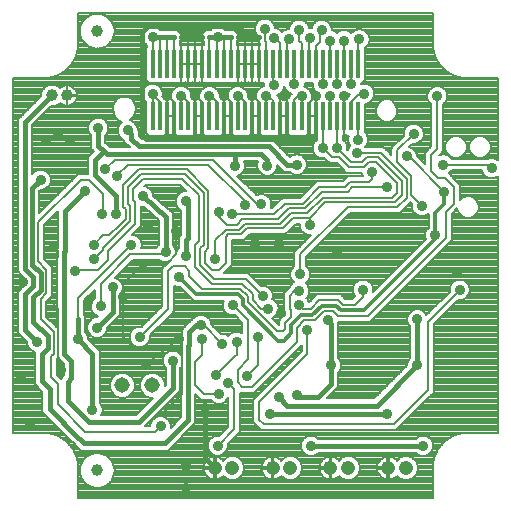
<source format=gtl>
G75*
%MOIN*%
%OFA0B0*%
%FSLAX25Y25*%
%IPPOS*%
%LPD*%
%AMOC8*
5,1,8,0,0,1.08239X$1,22.5*
%
%ADD10R,0.01378X0.09646*%
%ADD11C,0.04756*%
%ADD12C,0.05150*%
%ADD13C,0.03937*%
%ADD14C,0.03969*%
%ADD15C,0.03575*%
%ADD16C,0.00787*%
%ADD17C,0.01575*%
%ADD18C,0.01181*%
D10*
X0070526Y0137766D03*
X0072889Y0137766D03*
X0075251Y0137766D03*
X0077613Y0137766D03*
X0079975Y0137766D03*
X0082337Y0137766D03*
X0084700Y0137766D03*
X0087062Y0137766D03*
X0089424Y0137766D03*
X0091786Y0137766D03*
X0094148Y0137766D03*
X0096511Y0137766D03*
X0098873Y0137766D03*
X0101235Y0137766D03*
X0103597Y0137766D03*
X0105959Y0137766D03*
X0108322Y0137766D03*
X0110684Y0137766D03*
X0113046Y0137766D03*
X0115408Y0137766D03*
X0117770Y0137766D03*
X0120133Y0137766D03*
X0122495Y0137766D03*
X0124857Y0137766D03*
X0127219Y0137766D03*
X0129581Y0137766D03*
X0131944Y0137766D03*
X0134306Y0137766D03*
X0136668Y0137766D03*
X0139030Y0137766D03*
X0139030Y0155285D03*
X0136668Y0155285D03*
X0134306Y0155285D03*
X0131944Y0155285D03*
X0129581Y0155285D03*
X0127219Y0155285D03*
X0124857Y0155285D03*
X0122495Y0155285D03*
X0120133Y0155285D03*
X0117770Y0155285D03*
X0115408Y0155285D03*
X0113046Y0155285D03*
X0110684Y0155285D03*
X0108322Y0155285D03*
X0105959Y0155285D03*
X0103597Y0155285D03*
X0101235Y0155285D03*
X0098873Y0155285D03*
X0096511Y0155285D03*
X0094148Y0155285D03*
X0091786Y0155285D03*
X0089424Y0155285D03*
X0087062Y0155285D03*
X0084700Y0155285D03*
X0082337Y0155285D03*
X0079975Y0155285D03*
X0077613Y0155285D03*
X0075251Y0155285D03*
X0072889Y0155285D03*
X0070526Y0155285D03*
D11*
X0091196Y0020541D03*
X0097101Y0020541D03*
X0110487Y0020541D03*
X0116393Y0020541D03*
X0129778Y0020541D03*
X0135684Y0020541D03*
X0149070Y0020541D03*
X0154975Y0020541D03*
D12*
X0070408Y0048100D03*
X0060408Y0048100D03*
D13*
X0052022Y0019754D03*
X0052022Y0166211D03*
D14*
X0041885Y0144754D03*
X0036963Y0144754D03*
D15*
X0039030Y0132352D03*
X0035093Y0129596D03*
X0042967Y0129596D03*
X0052416Y0133927D03*
X0062259Y0133140D03*
X0070478Y0145306D03*
X0075251Y0144557D03*
X0079975Y0144557D03*
X0084700Y0144557D03*
X0089424Y0144557D03*
X0094148Y0144557D03*
X0098873Y0144557D03*
X0103597Y0144557D03*
X0108322Y0144557D03*
X0111078Y0148100D03*
X0114227Y0144557D03*
X0117770Y0148494D03*
X0120133Y0144557D03*
X0124857Y0144557D03*
X0127219Y0148494D03*
X0129581Y0144557D03*
X0131944Y0148494D03*
X0134306Y0144557D03*
X0136668Y0148494D03*
X0140999Y0145344D03*
X0139030Y0129990D03*
X0138755Y0125581D03*
X0131944Y0127234D03*
X0127219Y0127234D03*
X0118558Y0121722D03*
X0108755Y0121329D03*
X0098085Y0121329D03*
X0101235Y0108337D03*
X0096904Y0105187D03*
X0092574Y0105974D03*
X0081550Y0109518D03*
X0078400Y0099675D03*
X0074857Y0092589D03*
X0081550Y0091407D03*
X0079188Y0084321D03*
X0067377Y0088652D03*
X0063440Y0094951D03*
X0068952Y0100463D03*
X0067377Y0111093D03*
X0058715Y0117785D03*
X0054778Y0120148D03*
X0048085Y0113061D03*
X0053597Y0105187D03*
X0058322Y0105187D03*
X0050841Y0094951D03*
X0050841Y0090226D03*
X0044542Y0086289D03*
X0037456Y0094557D03*
X0027219Y0082746D03*
X0045723Y0063455D03*
X0052022Y0067392D03*
X0053204Y0074478D03*
X0048873Y0076053D03*
X0057141Y0080778D03*
X0060684Y0077628D03*
X0066196Y0064242D03*
X0068164Y0055187D03*
X0077219Y0056368D03*
X0079188Y0063455D03*
X0087062Y0063455D03*
X0086668Y0068179D03*
X0093755Y0061919D03*
X0098479Y0062667D03*
X0105566Y0064242D03*
X0109109Y0073691D03*
X0113440Y0072116D03*
X0119345Y0074872D03*
X0119345Y0079596D03*
X0119739Y0085108D03*
X0112652Y0095344D03*
X0104778Y0095344D03*
X0106747Y0108533D03*
X0122889Y0101644D03*
X0131944Y0092982D03*
X0140605Y0079990D03*
X0128794Y0069754D03*
X0122101Y0066604D03*
X0129975Y0054793D03*
X0118558Y0044951D03*
X0112652Y0044163D03*
X0109503Y0038652D03*
X0102022Y0051250D03*
X0095736Y0049056D03*
X0092574Y0045344D03*
X0087849Y0040620D03*
X0091723Y0051558D03*
X0073127Y0034514D03*
X0081550Y0021329D03*
X0081550Y0013848D03*
X0092180Y0028022D03*
X0123282Y0028022D03*
X0148479Y0038652D03*
X0160684Y0028022D03*
X0158715Y0054793D03*
X0158715Y0070148D03*
X0172889Y0079990D03*
X0172101Y0085896D03*
X0164621Y0098100D03*
X0160290Y0107943D03*
X0167770Y0112667D03*
X0167377Y0121722D03*
X0155172Y0124478D03*
X0157534Y0131959D03*
X0165408Y0144557D03*
X0139424Y0163455D03*
X0134306Y0163061D03*
X0129581Y0163061D03*
X0126826Y0166604D03*
X0122889Y0163848D03*
X0119345Y0166604D03*
X0115802Y0163455D03*
X0111078Y0163848D03*
X0107928Y0166998D03*
X0102416Y0164242D03*
X0092180Y0164242D03*
X0083519Y0164242D03*
X0070526Y0164242D03*
X0033125Y0116604D03*
X0091393Y0090226D03*
X0107141Y0078022D03*
X0097298Y0074872D03*
X0050448Y0039833D03*
X0039818Y0053219D03*
X0031944Y0062667D03*
X0026550Y0050415D03*
X0029581Y0034715D03*
X0143755Y0119360D03*
X0148479Y0114242D03*
X0183519Y0120541D03*
D16*
X0024070Y0150463D02*
X0024070Y0032352D01*
X0033912Y0032352D01*
X0035593Y0032232D01*
X0037240Y0031874D01*
X0038819Y0031285D01*
X0040298Y0030477D01*
X0041647Y0029468D01*
X0042838Y0028276D01*
X0043848Y0026927D01*
X0044656Y0025448D01*
X0045245Y0023869D01*
X0045603Y0022222D01*
X0045723Y0020541D01*
X0045723Y0010699D01*
X0163833Y0010699D01*
X0163833Y0020541D01*
X0163954Y0022222D01*
X0164312Y0023869D01*
X0164901Y0025448D01*
X0165708Y0026927D01*
X0166718Y0028276D01*
X0167910Y0029468D01*
X0169259Y0030477D01*
X0170738Y0031285D01*
X0172317Y0031874D01*
X0173964Y0032232D01*
X0175644Y0032352D01*
X0185487Y0032352D01*
X0185487Y0117755D01*
X0185423Y0117691D01*
X0184187Y0117179D01*
X0182850Y0117179D01*
X0181614Y0117691D01*
X0180668Y0118637D01*
X0180205Y0119754D01*
X0170163Y0119754D01*
X0169281Y0118872D01*
X0169135Y0118811D01*
X0169789Y0118157D01*
X0171735Y0116211D01*
X0172889Y0115058D01*
X0172889Y0109804D01*
X0173637Y0110553D01*
X0174940Y0111093D01*
X0176349Y0111093D01*
X0177652Y0110553D01*
X0178648Y0109556D01*
X0179188Y0108254D01*
X0179188Y0106844D01*
X0178648Y0105542D01*
X0177652Y0104545D01*
X0176349Y0104006D01*
X0174940Y0104006D01*
X0173637Y0104545D01*
X0172641Y0105542D01*
X0172101Y0106844D01*
X0172101Y0107128D01*
X0170133Y0105159D01*
X0170133Y0096498D01*
X0142995Y0069360D01*
X0132337Y0069360D01*
X0132337Y0057186D01*
X0132826Y0056698D01*
X0133337Y0055462D01*
X0133337Y0054125D01*
X0132826Y0052889D01*
X0132337Y0052401D01*
X0132337Y0047516D01*
X0130954Y0046132D01*
X0128591Y0043770D01*
X0144351Y0043770D01*
X0155353Y0054772D01*
X0155353Y0055462D01*
X0155865Y0056698D01*
X0156353Y0057186D01*
X0156353Y0067755D01*
X0155865Y0068243D01*
X0155353Y0069479D01*
X0155353Y0070816D01*
X0155865Y0072052D01*
X0156811Y0072998D01*
X0158047Y0073510D01*
X0159384Y0073510D01*
X0160620Y0072998D01*
X0161566Y0072052D01*
X0161742Y0071627D01*
X0169526Y0079412D01*
X0169526Y0080659D01*
X0170038Y0081895D01*
X0170984Y0082840D01*
X0172220Y0083352D01*
X0173557Y0083352D01*
X0174793Y0082840D01*
X0175739Y0081895D01*
X0176251Y0080659D01*
X0176251Y0079321D01*
X0175739Y0078086D01*
X0174793Y0077140D01*
X0173557Y0076628D01*
X0172310Y0076628D01*
X0164227Y0068545D01*
X0164227Y0045710D01*
X0163074Y0044557D01*
X0151657Y0033140D01*
X0106719Y0033140D01*
X0105566Y0034293D01*
X0103991Y0035868D01*
X0103991Y0043404D01*
X0120133Y0059546D01*
X0120133Y0061458D01*
X0119373Y0060699D01*
X0104413Y0045738D01*
X0099660Y0045738D01*
X0099660Y0032718D01*
X0095542Y0028600D01*
X0095542Y0027353D01*
X0095030Y0026117D01*
X0094084Y0025171D01*
X0092849Y0024659D01*
X0091511Y0024659D01*
X0090275Y0025171D01*
X0089330Y0026117D01*
X0088818Y0027353D01*
X0088818Y0028690D01*
X0089330Y0029926D01*
X0090275Y0030872D01*
X0091511Y0031384D01*
X0092758Y0031384D01*
X0095723Y0034349D01*
X0095723Y0044162D01*
X0095424Y0043440D01*
X0094478Y0042494D01*
X0093242Y0041982D01*
X0091905Y0041982D01*
X0090669Y0042494D01*
X0089787Y0043376D01*
X0086640Y0043376D01*
X0084735Y0045281D01*
X0084735Y0035626D01*
X0083352Y0034243D01*
X0075523Y0026414D01*
X0046588Y0026414D01*
X0045605Y0027397D01*
X0045566Y0027397D01*
X0044182Y0028780D01*
X0042964Y0029999D01*
X0042964Y0029999D01*
X0033768Y0039195D01*
X0033768Y0045878D01*
X0031156Y0048490D01*
X0031156Y0059354D01*
X0030039Y0059817D01*
X0029093Y0060763D01*
X0028581Y0061999D01*
X0028581Y0062689D01*
X0027028Y0064242D01*
X0025644Y0065626D01*
X0025644Y0079394D01*
X0028400Y0082150D01*
X0028400Y0083342D01*
X0027028Y0084715D01*
X0025644Y0086098D01*
X0025644Y0136776D01*
X0027028Y0138159D01*
X0033404Y0144536D01*
X0033404Y0145462D01*
X0033946Y0146770D01*
X0034947Y0147771D01*
X0036255Y0148313D01*
X0037671Y0148313D01*
X0038979Y0147771D01*
X0039552Y0147198D01*
X0039731Y0147378D01*
X0040285Y0147747D01*
X0040899Y0148002D01*
X0041552Y0148132D01*
X0041786Y0148132D01*
X0041786Y0144852D01*
X0041983Y0144852D01*
X0045263Y0144852D01*
X0045263Y0145087D01*
X0045133Y0145739D01*
X0044878Y0146354D01*
X0044508Y0146907D01*
X0044038Y0147378D01*
X0043485Y0147747D01*
X0042870Y0148002D01*
X0042217Y0148132D01*
X0041983Y0148132D01*
X0041983Y0144852D01*
X0041983Y0144655D01*
X0041983Y0141376D01*
X0042217Y0141376D01*
X0042870Y0141506D01*
X0043485Y0141760D01*
X0044038Y0142130D01*
X0044508Y0142601D01*
X0044878Y0143154D01*
X0045133Y0143769D01*
X0045263Y0144421D01*
X0045263Y0144655D01*
X0041983Y0144655D01*
X0041786Y0144655D01*
X0041786Y0141376D01*
X0041552Y0141376D01*
X0040899Y0141506D01*
X0040285Y0141760D01*
X0039731Y0142130D01*
X0039552Y0142309D01*
X0038979Y0141737D01*
X0037671Y0141195D01*
X0036745Y0141195D01*
X0030369Y0134819D01*
X0030369Y0118603D01*
X0031220Y0119455D01*
X0032456Y0119967D01*
X0033794Y0119967D01*
X0035029Y0119455D01*
X0035975Y0118509D01*
X0036487Y0117273D01*
X0036487Y0115936D01*
X0035975Y0114700D01*
X0035029Y0113754D01*
X0033794Y0113242D01*
X0033103Y0113242D01*
X0032731Y0112870D01*
X0032731Y0105609D01*
X0045695Y0118573D01*
X0048873Y0118573D01*
X0048873Y0124276D01*
X0050847Y0126250D01*
X0050054Y0127043D01*
X0050054Y0131534D01*
X0049566Y0132023D01*
X0049054Y0133258D01*
X0049054Y0134596D01*
X0049566Y0135832D01*
X0050512Y0136777D01*
X0051747Y0137289D01*
X0053085Y0137289D01*
X0054321Y0136777D01*
X0055266Y0135832D01*
X0055778Y0134596D01*
X0055778Y0133258D01*
X0055266Y0132023D01*
X0054778Y0131534D01*
X0054778Y0129000D01*
X0055166Y0128612D01*
X0056150Y0127628D01*
X0062855Y0127628D01*
X0062461Y0128022D01*
X0061078Y0129405D01*
X0061078Y0129990D01*
X0060354Y0130289D01*
X0059408Y0131235D01*
X0058896Y0132471D01*
X0058896Y0133809D01*
X0059408Y0135044D01*
X0060293Y0135929D01*
X0059070Y0136435D01*
X0058074Y0137432D01*
X0057534Y0138734D01*
X0057534Y0139408D01*
X0057338Y0139882D01*
X0057338Y0141370D01*
X0057908Y0142744D01*
X0058960Y0143796D01*
X0060334Y0144366D01*
X0061822Y0144366D01*
X0063197Y0143796D01*
X0064249Y0142744D01*
X0064818Y0141370D01*
X0064818Y0139882D01*
X0064621Y0139404D01*
X0064621Y0138734D01*
X0064081Y0137432D01*
X0063086Y0136436D01*
X0064163Y0135990D01*
X0065109Y0135044D01*
X0065621Y0133809D01*
X0065621Y0133118D01*
X0065802Y0132937D01*
X0065802Y0131362D01*
X0066977Y0130187D01*
X0110284Y0130187D01*
X0111668Y0128803D01*
X0111668Y0128803D01*
X0116276Y0124195D01*
X0116653Y0124573D01*
X0117889Y0125085D01*
X0119227Y0125085D01*
X0120462Y0124573D01*
X0121408Y0123627D01*
X0121920Y0122391D01*
X0121920Y0121054D01*
X0121408Y0119818D01*
X0120462Y0118872D01*
X0119227Y0118360D01*
X0117889Y0118360D01*
X0116653Y0118872D01*
X0116165Y0119360D01*
X0114430Y0119360D01*
X0112117Y0121673D01*
X0112117Y0120660D01*
X0111605Y0119424D01*
X0110659Y0118478D01*
X0109424Y0117967D01*
X0108086Y0117967D01*
X0106850Y0118478D01*
X0105904Y0119424D01*
X0105393Y0120660D01*
X0105393Y0121998D01*
X0105768Y0122904D01*
X0101072Y0122904D01*
X0101448Y0121998D01*
X0101448Y0120660D01*
X0100936Y0119424D01*
X0099990Y0118478D01*
X0098754Y0117967D01*
X0098720Y0117967D01*
X0105168Y0111519D01*
X0106078Y0111896D01*
X0107416Y0111896D01*
X0108651Y0111384D01*
X0109597Y0110438D01*
X0110109Y0109202D01*
X0110109Y0107865D01*
X0109815Y0107155D01*
X0110262Y0107155D01*
X0112652Y0109546D01*
X0112652Y0109546D01*
X0113805Y0110699D01*
X0119711Y0110699D01*
X0124070Y0115058D01*
X0125223Y0116211D01*
X0133884Y0116211D01*
X0134306Y0116632D01*
X0135459Y0117785D01*
X0140768Y0117785D01*
X0140393Y0118691D01*
X0140393Y0118967D01*
X0135065Y0118967D01*
X0133912Y0120120D01*
X0131916Y0122116D01*
X0129554Y0122116D01*
X0128400Y0123269D01*
X0127798Y0123872D01*
X0126550Y0123872D01*
X0125315Y0124384D01*
X0124369Y0125330D01*
X0123857Y0126565D01*
X0123857Y0127903D01*
X0124369Y0129139D01*
X0125251Y0130021D01*
X0125251Y0131549D01*
X0124857Y0131549D01*
X0124857Y0137766D01*
X0124857Y0143982D01*
X0123985Y0143982D01*
X0123676Y0143900D01*
X0123495Y0143948D01*
X0123495Y0145226D01*
X0122983Y0146462D01*
X0122037Y0147407D01*
X0121117Y0147788D01*
X0121133Y0147825D01*
X0121133Y0148888D01*
X0123857Y0148888D01*
X0123857Y0147825D01*
X0124369Y0146590D01*
X0125315Y0145644D01*
X0126235Y0145263D01*
X0126219Y0145226D01*
X0126219Y0144163D01*
X0125878Y0144163D01*
X0125697Y0143982D01*
X0124857Y0143982D01*
X0124857Y0137766D01*
X0124857Y0137766D01*
X0124857Y0137766D01*
X0122495Y0137766D01*
X0122495Y0137766D01*
X0122495Y0142195D01*
X0124857Y0144557D01*
X0124857Y0139439D01*
X0124857Y0137766D01*
X0124857Y0136289D01*
X0124857Y0136048D02*
X0124857Y0136048D01*
X0124857Y0135262D02*
X0124857Y0135262D01*
X0124857Y0134476D02*
X0124857Y0134476D01*
X0124857Y0133690D02*
X0124857Y0133690D01*
X0124857Y0132905D02*
X0124857Y0132905D01*
X0124857Y0132119D02*
X0124857Y0132119D01*
X0124857Y0131549D02*
X0124857Y0137766D01*
X0124578Y0137766D01*
X0122495Y0137766D01*
X0122495Y0131549D01*
X0123367Y0131549D01*
X0123676Y0131632D01*
X0123985Y0131549D01*
X0124857Y0131549D01*
X0125251Y0131333D02*
X0065832Y0131333D01*
X0065802Y0132119D02*
X0068435Y0132119D01*
X0068263Y0132291D02*
X0069185Y0131368D01*
X0074230Y0131368D01*
X0074411Y0131549D01*
X0075251Y0131549D01*
X0076123Y0131549D01*
X0076432Y0131632D01*
X0076741Y0131549D01*
X0077613Y0131549D01*
X0078453Y0131549D01*
X0078634Y0131368D01*
X0083679Y0131368D01*
X0083860Y0131549D01*
X0084700Y0131549D01*
X0085572Y0131549D01*
X0085881Y0131632D01*
X0086189Y0131549D01*
X0087062Y0131549D01*
X0087902Y0131549D01*
X0088083Y0131368D01*
X0093127Y0131368D01*
X0093309Y0131549D01*
X0094148Y0131549D01*
X0094148Y0137766D01*
X0094148Y0143982D01*
X0093309Y0143982D01*
X0093127Y0144163D01*
X0092995Y0144163D01*
X0092786Y0144372D01*
X0092786Y0145226D01*
X0092274Y0146462D01*
X0091329Y0147407D01*
X0090093Y0147919D01*
X0088755Y0147919D01*
X0087519Y0147407D01*
X0086574Y0146462D01*
X0086062Y0145226D01*
X0086062Y0143948D01*
X0085881Y0143900D01*
X0085572Y0143982D01*
X0084700Y0143982D01*
X0084700Y0137766D01*
X0087062Y0137766D01*
X0087062Y0142164D01*
X0087062Y0142164D01*
X0087062Y0137766D01*
X0087062Y0137766D01*
X0087062Y0139045D01*
X0087062Y0142589D01*
X0085093Y0144557D01*
X0084700Y0144557D01*
X0084700Y0139439D01*
X0084700Y0137766D01*
X0084700Y0137766D01*
X0084700Y0137766D01*
X0084979Y0137766D01*
X0087062Y0137766D01*
X0087062Y0137766D01*
X0087062Y0131549D01*
X0087062Y0137766D01*
X0087062Y0137766D01*
X0087062Y0137620D02*
X0087062Y0137620D01*
X0087062Y0136834D02*
X0087062Y0136834D01*
X0087062Y0136048D02*
X0087062Y0136048D01*
X0087062Y0135262D02*
X0087062Y0135262D01*
X0087062Y0134476D02*
X0087062Y0134476D01*
X0087062Y0133690D02*
X0087062Y0133690D01*
X0087062Y0132905D02*
X0087062Y0132905D01*
X0087062Y0132119D02*
X0087062Y0132119D01*
X0084700Y0132119D02*
X0084700Y0132119D01*
X0084700Y0131549D02*
X0084700Y0137766D01*
X0084700Y0143982D01*
X0083860Y0143982D01*
X0083679Y0144163D01*
X0083546Y0144163D01*
X0083337Y0144372D01*
X0083337Y0145226D01*
X0082826Y0146462D01*
X0081880Y0147407D01*
X0080644Y0147919D01*
X0079306Y0147919D01*
X0078071Y0147407D01*
X0077125Y0146462D01*
X0076613Y0145226D01*
X0076613Y0143948D01*
X0076432Y0143900D01*
X0076123Y0143982D01*
X0075251Y0143982D01*
X0075251Y0137766D01*
X0075251Y0137766D01*
X0077613Y0137766D01*
X0077613Y0142164D01*
X0077613Y0142164D01*
X0077613Y0137766D01*
X0077613Y0137766D01*
X0077613Y0137766D01*
X0077613Y0139833D01*
X0077613Y0142589D01*
X0075644Y0144557D01*
X0075251Y0144557D01*
X0075251Y0140226D01*
X0075251Y0137766D01*
X0075251Y0137766D01*
X0075251Y0143982D01*
X0074411Y0143982D01*
X0074230Y0144163D01*
X0074098Y0144163D01*
X0073777Y0144484D01*
X0073840Y0144637D01*
X0073840Y0145975D01*
X0073328Y0147211D01*
X0072382Y0148156D01*
X0071147Y0148668D01*
X0069809Y0148668D01*
X0068573Y0148156D01*
X0067627Y0147211D01*
X0067116Y0145975D01*
X0067116Y0144637D01*
X0067627Y0143402D01*
X0068263Y0142766D01*
X0068263Y0132291D01*
X0068263Y0132905D02*
X0065802Y0132905D01*
X0065621Y0133690D02*
X0068263Y0133690D01*
X0068263Y0134476D02*
X0065344Y0134476D01*
X0064891Y0135262D02*
X0068263Y0135262D01*
X0068263Y0136048D02*
X0064023Y0136048D01*
X0063484Y0136834D02*
X0068263Y0136834D01*
X0068263Y0137620D02*
X0064159Y0137620D01*
X0064485Y0138406D02*
X0068263Y0138406D01*
X0068263Y0139192D02*
X0064621Y0139192D01*
X0064818Y0139978D02*
X0068263Y0139978D01*
X0068263Y0140764D02*
X0064818Y0140764D01*
X0064744Y0141550D02*
X0068263Y0141550D01*
X0068263Y0142336D02*
X0064418Y0142336D01*
X0063872Y0143121D02*
X0067908Y0143121D01*
X0067418Y0143907D02*
X0062929Y0143907D01*
X0059228Y0143907D02*
X0045160Y0143907D01*
X0044856Y0143121D02*
X0058285Y0143121D01*
X0057738Y0142336D02*
X0044243Y0142336D01*
X0042976Y0141550D02*
X0057413Y0141550D01*
X0057338Y0140764D02*
X0036314Y0140764D01*
X0035528Y0139978D02*
X0057338Y0139978D01*
X0057534Y0139192D02*
X0034742Y0139192D01*
X0033956Y0138406D02*
X0057670Y0138406D01*
X0057996Y0137620D02*
X0033170Y0137620D01*
X0032384Y0136834D02*
X0050648Y0136834D01*
X0049782Y0136048D02*
X0031598Y0136048D01*
X0030812Y0135262D02*
X0049330Y0135262D01*
X0049054Y0134476D02*
X0030369Y0134476D01*
X0030369Y0133690D02*
X0049054Y0133690D01*
X0049200Y0132905D02*
X0030369Y0132905D01*
X0030369Y0132119D02*
X0049526Y0132119D01*
X0050054Y0131333D02*
X0030369Y0131333D01*
X0030369Y0130547D02*
X0050054Y0130547D01*
X0050054Y0129761D02*
X0030369Y0129761D01*
X0030369Y0128975D02*
X0050054Y0128975D01*
X0050054Y0128189D02*
X0030369Y0128189D01*
X0030369Y0127403D02*
X0050054Y0127403D01*
X0050480Y0126617D02*
X0030369Y0126617D01*
X0030369Y0125831D02*
X0050428Y0125831D01*
X0049643Y0125045D02*
X0030369Y0125045D01*
X0030369Y0124260D02*
X0048873Y0124260D01*
X0048873Y0123474D02*
X0030369Y0123474D01*
X0030369Y0122688D02*
X0048873Y0122688D01*
X0048873Y0121902D02*
X0030369Y0121902D01*
X0030369Y0121116D02*
X0048873Y0121116D01*
X0048873Y0120330D02*
X0030369Y0120330D01*
X0030369Y0119544D02*
X0031436Y0119544D01*
X0030524Y0118758D02*
X0030369Y0118758D01*
X0034814Y0119544D02*
X0048873Y0119544D01*
X0048873Y0118758D02*
X0035726Y0118758D01*
X0036197Y0117972D02*
X0045095Y0117972D01*
X0044309Y0117186D02*
X0036487Y0117186D01*
X0036487Y0116400D02*
X0043523Y0116400D01*
X0042737Y0115614D02*
X0036354Y0115614D01*
X0036028Y0114829D02*
X0041951Y0114829D01*
X0041165Y0114043D02*
X0035318Y0114043D01*
X0033829Y0113257D02*
X0040379Y0113257D01*
X0039593Y0112471D02*
X0032731Y0112471D01*
X0032731Y0111685D02*
X0038807Y0111685D01*
X0038021Y0110899D02*
X0032731Y0110899D01*
X0032731Y0110113D02*
X0037236Y0110113D01*
X0036450Y0109327D02*
X0032731Y0109327D01*
X0032731Y0108541D02*
X0035664Y0108541D01*
X0034878Y0107755D02*
X0032731Y0107755D01*
X0032731Y0106969D02*
X0034092Y0106969D01*
X0033306Y0106184D02*
X0032731Y0106184D01*
X0032337Y0102431D02*
X0032337Y0089439D01*
X0035093Y0086683D01*
X0035093Y0078809D01*
X0033125Y0076841D01*
X0033125Y0070148D01*
X0037456Y0065817D01*
X0037456Y0058716D01*
X0036563Y0057823D01*
X0036563Y0050905D01*
X0038881Y0048586D01*
X0038881Y0041825D01*
X0048000Y0032707D01*
X0071320Y0032707D01*
X0073127Y0034514D01*
X0076052Y0036237D02*
X0078665Y0036237D01*
X0077879Y0035451D02*
X0076377Y0035451D01*
X0076489Y0035182D02*
X0075977Y0036418D01*
X0075031Y0037364D01*
X0073795Y0037876D01*
X0072458Y0037876D01*
X0071222Y0037364D01*
X0070276Y0036418D01*
X0069764Y0035182D01*
X0069764Y0034675D01*
X0067922Y0034675D01*
X0079581Y0046335D01*
X0079581Y0048291D01*
X0079581Y0053975D01*
X0080011Y0054405D01*
X0080011Y0037583D01*
X0076489Y0034061D01*
X0076489Y0035182D01*
X0076489Y0034665D02*
X0077093Y0034665D01*
X0075372Y0037023D02*
X0079451Y0037023D01*
X0080011Y0037809D02*
X0073956Y0037809D01*
X0073282Y0038258D02*
X0080369Y0045344D01*
X0080369Y0062274D01*
X0079188Y0063455D01*
X0068164Y0055187D01*
X0069583Y0052250D02*
X0068058Y0051618D01*
X0066890Y0050451D01*
X0066259Y0048926D01*
X0066259Y0047275D01*
X0066890Y0045750D01*
X0068058Y0044583D01*
X0069583Y0043951D01*
X0070516Y0043951D01*
X0064823Y0038258D01*
X0053435Y0038258D01*
X0053810Y0039164D01*
X0053810Y0040501D01*
X0053298Y0041737D01*
X0052810Y0042225D01*
X0052810Y0059709D01*
X0049085Y0063433D01*
X0049085Y0064124D01*
X0048574Y0065359D01*
X0048085Y0065847D01*
X0048085Y0071126D01*
X0047692Y0071520D01*
X0047692Y0076419D01*
X0051235Y0079962D01*
X0051235Y0077265D01*
X0050353Y0076383D01*
X0049841Y0075147D01*
X0049841Y0073810D01*
X0050353Y0072574D01*
X0051299Y0071628D01*
X0052444Y0071154D01*
X0052044Y0070754D01*
X0051354Y0070754D01*
X0050118Y0070242D01*
X0049172Y0069296D01*
X0048660Y0068061D01*
X0048660Y0066723D01*
X0049172Y0065487D01*
X0050118Y0064541D01*
X0051354Y0064030D01*
X0052691Y0064030D01*
X0053927Y0064541D01*
X0054873Y0065487D01*
X0055385Y0066723D01*
X0055385Y0067413D01*
X0058119Y0070148D01*
X0059503Y0071531D01*
X0059503Y0078385D01*
X0059991Y0078873D01*
X0060503Y0080109D01*
X0060503Y0081446D01*
X0059991Y0082682D01*
X0059045Y0083628D01*
X0058063Y0084035D01*
X0063861Y0089833D01*
X0072858Y0089833D01*
X0072953Y0089738D01*
X0074188Y0089226D01*
X0075526Y0089226D01*
X0075990Y0089419D01*
X0074829Y0088258D01*
X0073676Y0087105D01*
X0073676Y0074506D01*
X0066774Y0067604D01*
X0065527Y0067604D01*
X0064291Y0067092D01*
X0063345Y0066147D01*
X0062833Y0064911D01*
X0062833Y0063573D01*
X0063345Y0062338D01*
X0064291Y0061392D01*
X0065527Y0060880D01*
X0066864Y0060880D01*
X0068100Y0061392D01*
X0069046Y0062338D01*
X0069558Y0063573D01*
X0069558Y0064820D01*
X0076460Y0071722D01*
X0077613Y0072876D01*
X0077613Y0081334D01*
X0078519Y0080959D01*
X0079488Y0080959D01*
X0082928Y0077518D01*
X0084196Y0076250D01*
X0094230Y0076250D01*
X0093936Y0075541D01*
X0093936Y0074203D01*
X0094448Y0072968D01*
X0095393Y0072022D01*
X0096629Y0071510D01*
X0097876Y0071510D01*
X0100448Y0068939D01*
X0100448Y0065454D01*
X0100384Y0065518D01*
X0099148Y0066030D01*
X0097810Y0066030D01*
X0096575Y0065518D01*
X0095743Y0064686D01*
X0095659Y0064770D01*
X0094424Y0065281D01*
X0093176Y0065281D01*
X0090030Y0068428D01*
X0090030Y0068848D01*
X0089518Y0070084D01*
X0088573Y0071029D01*
X0087337Y0071541D01*
X0085999Y0071541D01*
X0084764Y0071029D01*
X0084275Y0070541D01*
X0084115Y0070541D01*
X0082731Y0069158D01*
X0082731Y0069158D01*
X0081753Y0068179D01*
X0080369Y0066795D01*
X0080369Y0062465D01*
X0079975Y0062071D01*
X0079975Y0060114D01*
X0080011Y0060078D01*
X0080011Y0058331D01*
X0079124Y0059218D01*
X0077888Y0059730D01*
X0076550Y0059730D01*
X0075315Y0059218D01*
X0074369Y0058273D01*
X0073857Y0057037D01*
X0073857Y0055699D01*
X0074369Y0054464D01*
X0074857Y0053975D01*
X0074857Y0048291D01*
X0074558Y0047992D01*
X0074558Y0048926D01*
X0073926Y0050451D01*
X0072759Y0051618D01*
X0071234Y0052250D01*
X0069583Y0052250D01*
X0068872Y0051956D02*
X0061945Y0051956D01*
X0061234Y0052250D02*
X0059583Y0052250D01*
X0058058Y0051618D01*
X0056890Y0050451D01*
X0056259Y0048926D01*
X0056259Y0047275D01*
X0056890Y0045750D01*
X0058058Y0044583D01*
X0059583Y0043951D01*
X0061234Y0043951D01*
X0062759Y0044583D01*
X0063926Y0045750D01*
X0064558Y0047275D01*
X0064558Y0048926D01*
X0063926Y0050451D01*
X0062759Y0051618D01*
X0061234Y0052250D01*
X0063207Y0051170D02*
X0067609Y0051170D01*
X0066863Y0050384D02*
X0063954Y0050384D01*
X0064280Y0049598D02*
X0066537Y0049598D01*
X0066259Y0048812D02*
X0064558Y0048812D01*
X0064558Y0048026D02*
X0066259Y0048026D01*
X0066273Y0047240D02*
X0064543Y0047240D01*
X0064218Y0046454D02*
X0066599Y0046454D01*
X0066972Y0045668D02*
X0063845Y0045668D01*
X0063059Y0044882D02*
X0067758Y0044882D01*
X0069231Y0044096D02*
X0061585Y0044096D01*
X0059231Y0044096D02*
X0052810Y0044096D01*
X0052810Y0043310D02*
X0069876Y0043310D01*
X0069090Y0042525D02*
X0052810Y0042525D01*
X0053297Y0041739D02*
X0068304Y0041739D01*
X0067518Y0040953D02*
X0053623Y0040953D01*
X0053810Y0040167D02*
X0066732Y0040167D01*
X0065947Y0039381D02*
X0053810Y0039381D01*
X0053574Y0038595D02*
X0065161Y0038595D01*
X0068698Y0035451D02*
X0069876Y0035451D01*
X0070201Y0036237D02*
X0069484Y0036237D01*
X0070270Y0037023D02*
X0070881Y0037023D01*
X0071056Y0037809D02*
X0072297Y0037809D01*
X0071842Y0038595D02*
X0080011Y0038595D01*
X0080011Y0039381D02*
X0072628Y0039381D01*
X0073414Y0040167D02*
X0080011Y0040167D01*
X0080011Y0040953D02*
X0074200Y0040953D01*
X0074986Y0041739D02*
X0080011Y0041739D01*
X0080011Y0042525D02*
X0075772Y0042525D01*
X0076557Y0043310D02*
X0080011Y0043310D01*
X0080011Y0044096D02*
X0077343Y0044096D01*
X0078129Y0044882D02*
X0080011Y0044882D01*
X0080011Y0045668D02*
X0078915Y0045668D01*
X0079581Y0046454D02*
X0080011Y0046454D01*
X0080011Y0047240D02*
X0079581Y0047240D01*
X0079581Y0048026D02*
X0080011Y0048026D01*
X0080011Y0048812D02*
X0079581Y0048812D01*
X0079581Y0049598D02*
X0080011Y0049598D01*
X0080011Y0050384D02*
X0079581Y0050384D01*
X0079581Y0051170D02*
X0080011Y0051170D01*
X0080011Y0051956D02*
X0079581Y0051956D01*
X0079581Y0052741D02*
X0080011Y0052741D01*
X0080011Y0053527D02*
X0079581Y0053527D01*
X0079919Y0054313D02*
X0080011Y0054313D01*
X0074857Y0053527D02*
X0052810Y0053527D01*
X0052810Y0052741D02*
X0074857Y0052741D01*
X0074857Y0051956D02*
X0071945Y0051956D01*
X0073207Y0051170D02*
X0074857Y0051170D01*
X0074857Y0050384D02*
X0073954Y0050384D01*
X0074280Y0049598D02*
X0074857Y0049598D01*
X0074857Y0048812D02*
X0074558Y0048812D01*
X0074558Y0048026D02*
X0074592Y0048026D01*
X0074519Y0054313D02*
X0052810Y0054313D01*
X0052810Y0055099D02*
X0074106Y0055099D01*
X0073857Y0055885D02*
X0052810Y0055885D01*
X0052810Y0056671D02*
X0073857Y0056671D01*
X0074031Y0057457D02*
X0052810Y0057457D01*
X0052810Y0058243D02*
X0074357Y0058243D01*
X0075125Y0059029D02*
X0052810Y0059029D01*
X0052704Y0059815D02*
X0080011Y0059815D01*
X0080011Y0059029D02*
X0079314Y0059029D01*
X0079975Y0060601D02*
X0051918Y0060601D01*
X0051132Y0061386D02*
X0064304Y0061386D01*
X0064227Y0060699D02*
X0060684Y0064242D01*
X0060684Y0077628D01*
X0060684Y0081959D01*
X0067377Y0088652D01*
X0067770Y0089045D01*
X0075644Y0089045D01*
X0078400Y0091801D01*
X0078400Y0099675D01*
X0077219Y0099896D02*
X0079975Y0099896D01*
X0079975Y0099110D02*
X0077219Y0099110D01*
X0077219Y0098324D02*
X0079975Y0098324D01*
X0079975Y0098291D02*
X0079188Y0097504D01*
X0079188Y0093800D01*
X0078700Y0093312D01*
X0078219Y0092152D01*
X0078219Y0093257D01*
X0077707Y0094493D01*
X0077219Y0094981D01*
X0077219Y0103497D01*
X0077270Y0103554D01*
X0077219Y0104465D01*
X0077219Y0105378D01*
X0077166Y0105432D01*
X0077161Y0105508D01*
X0076481Y0106116D01*
X0075836Y0106762D01*
X0075760Y0106762D01*
X0070739Y0111254D01*
X0070739Y0111761D01*
X0070227Y0112997D01*
X0069281Y0113943D01*
X0068046Y0114455D01*
X0067617Y0114455D01*
X0068192Y0115030D01*
X0079554Y0115030D01*
X0081703Y0112880D01*
X0080881Y0112880D01*
X0079645Y0112368D01*
X0078700Y0111422D01*
X0078188Y0110187D01*
X0078188Y0108849D01*
X0078700Y0107613D01*
X0079645Y0106667D01*
X0079975Y0106531D01*
X0079975Y0098291D01*
X0079222Y0097538D02*
X0077219Y0097538D01*
X0077219Y0096753D02*
X0079188Y0096753D01*
X0079188Y0095967D02*
X0077219Y0095967D01*
X0077219Y0095181D02*
X0079188Y0095181D01*
X0079188Y0094395D02*
X0077748Y0094395D01*
X0078074Y0093609D02*
X0078997Y0093609D01*
X0078497Y0092823D02*
X0078219Y0092823D01*
X0074857Y0092589D02*
X0074070Y0091801D01*
X0063046Y0091801D01*
X0053204Y0081959D01*
X0053204Y0074478D01*
X0051075Y0077105D02*
X0048378Y0077105D01*
X0047692Y0076319D02*
X0050327Y0076319D01*
X0050001Y0075533D02*
X0047692Y0075533D01*
X0047692Y0074747D02*
X0049841Y0074747D01*
X0049841Y0073961D02*
X0047692Y0073961D01*
X0047692Y0073175D02*
X0050104Y0073175D01*
X0050538Y0072389D02*
X0047692Y0072389D01*
X0047692Y0071603D02*
X0051359Y0071603D01*
X0052107Y0070817D02*
X0048085Y0070817D01*
X0048085Y0070032D02*
X0049907Y0070032D01*
X0049151Y0069246D02*
X0048085Y0069246D01*
X0048085Y0068460D02*
X0048826Y0068460D01*
X0048660Y0067674D02*
X0048085Y0067674D01*
X0048085Y0066888D02*
X0048660Y0066888D01*
X0048917Y0066102D02*
X0048085Y0066102D01*
X0048591Y0065316D02*
X0049343Y0065316D01*
X0048917Y0064530D02*
X0050145Y0064530D01*
X0049085Y0063744D02*
X0062833Y0063744D01*
X0062833Y0064530D02*
X0053900Y0064530D01*
X0054702Y0065316D02*
X0063001Y0065316D01*
X0063327Y0066102D02*
X0055127Y0066102D01*
X0055385Y0066888D02*
X0064087Y0066888D01*
X0066843Y0067674D02*
X0055645Y0067674D01*
X0056431Y0068460D02*
X0067629Y0068460D01*
X0068415Y0069246D02*
X0057217Y0069246D01*
X0058003Y0070032D02*
X0069201Y0070032D01*
X0069987Y0070817D02*
X0058789Y0070817D01*
X0059503Y0071603D02*
X0070773Y0071603D01*
X0071559Y0072389D02*
X0059503Y0072389D01*
X0059503Y0073175D02*
X0072345Y0073175D01*
X0073131Y0073961D02*
X0059503Y0073961D01*
X0059503Y0074747D02*
X0073676Y0074747D01*
X0073676Y0075533D02*
X0059503Y0075533D01*
X0059503Y0076319D02*
X0073676Y0076319D01*
X0073676Y0077105D02*
X0059503Y0077105D01*
X0059503Y0077891D02*
X0073676Y0077891D01*
X0073676Y0078677D02*
X0059794Y0078677D01*
X0060235Y0079462D02*
X0073676Y0079462D01*
X0073676Y0080248D02*
X0060503Y0080248D01*
X0060503Y0081034D02*
X0073676Y0081034D01*
X0073676Y0081820D02*
X0060348Y0081820D01*
X0060022Y0082606D02*
X0073676Y0082606D01*
X0073676Y0083392D02*
X0059281Y0083392D01*
X0058207Y0084178D02*
X0073676Y0084178D01*
X0073676Y0084964D02*
X0058993Y0084964D01*
X0059779Y0085750D02*
X0073676Y0085750D01*
X0073676Y0086536D02*
X0060564Y0086536D01*
X0061350Y0087322D02*
X0073893Y0087322D01*
X0074679Y0088108D02*
X0062136Y0088108D01*
X0062922Y0088893D02*
X0075465Y0088893D01*
X0074829Y0088258D02*
X0074829Y0088258D01*
X0075644Y0086289D02*
X0075644Y0073691D01*
X0066196Y0064242D01*
X0063088Y0062958D02*
X0049560Y0062958D01*
X0050346Y0062172D02*
X0063511Y0062172D01*
X0068087Y0061386D02*
X0079975Y0061386D01*
X0080077Y0062172D02*
X0068881Y0062172D01*
X0069303Y0062958D02*
X0080369Y0062958D01*
X0080369Y0063744D02*
X0069558Y0063744D01*
X0069558Y0064530D02*
X0080369Y0064530D01*
X0080369Y0065316D02*
X0070053Y0065316D01*
X0070839Y0066102D02*
X0080369Y0066102D01*
X0080461Y0066888D02*
X0071625Y0066888D01*
X0072411Y0067674D02*
X0081247Y0067674D01*
X0082033Y0068460D02*
X0073197Y0068460D01*
X0073983Y0069246D02*
X0082819Y0069246D01*
X0083605Y0070032D02*
X0074769Y0070032D01*
X0075555Y0070817D02*
X0084552Y0070817D01*
X0086668Y0068179D02*
X0087495Y0068179D01*
X0093755Y0061919D01*
X0093142Y0065316D02*
X0096373Y0065316D01*
X0098479Y0062667D02*
X0098479Y0058217D01*
X0098382Y0058217D01*
X0091723Y0051558D01*
X0095736Y0049056D02*
X0097692Y0046919D01*
X0097692Y0033533D01*
X0092180Y0028022D01*
X0095316Y0026806D02*
X0120146Y0026806D01*
X0119920Y0027353D02*
X0120432Y0026117D01*
X0121378Y0025171D01*
X0122613Y0024659D01*
X0123951Y0024659D01*
X0125187Y0025171D01*
X0125675Y0025659D01*
X0158291Y0025659D01*
X0158779Y0025171D01*
X0160015Y0024659D01*
X0161353Y0024659D01*
X0162588Y0025171D01*
X0163534Y0026117D01*
X0164046Y0027353D01*
X0164046Y0028690D01*
X0163534Y0029926D01*
X0162588Y0030872D01*
X0161353Y0031384D01*
X0160015Y0031384D01*
X0158779Y0030872D01*
X0158291Y0030384D01*
X0125675Y0030384D01*
X0125187Y0030872D01*
X0123951Y0031384D01*
X0122613Y0031384D01*
X0121378Y0030872D01*
X0120432Y0029926D01*
X0119920Y0028690D01*
X0119920Y0027353D01*
X0119920Y0027592D02*
X0095542Y0027592D01*
X0095542Y0028378D02*
X0119920Y0028378D01*
X0120116Y0029164D02*
X0096106Y0029164D01*
X0096892Y0029950D02*
X0120456Y0029950D01*
X0121242Y0030736D02*
X0097678Y0030736D01*
X0098464Y0031522D02*
X0171373Y0031522D01*
X0169732Y0030736D02*
X0162724Y0030736D01*
X0163510Y0029950D02*
X0168554Y0029950D01*
X0167606Y0029164D02*
X0163850Y0029164D01*
X0164046Y0028378D02*
X0166821Y0028378D01*
X0166207Y0027592D02*
X0164046Y0027592D01*
X0163820Y0026806D02*
X0165643Y0026806D01*
X0165213Y0026020D02*
X0163437Y0026020D01*
X0162652Y0025234D02*
X0164821Y0025234D01*
X0164528Y0024449D02*
X0155871Y0024449D01*
X0155761Y0024494D02*
X0154189Y0024494D01*
X0152736Y0023892D01*
X0151894Y0023051D01*
X0151474Y0023471D01*
X0150856Y0023884D01*
X0150170Y0024168D01*
X0149441Y0024313D01*
X0149365Y0024313D01*
X0149365Y0020837D01*
X0148774Y0020837D01*
X0148774Y0024313D01*
X0148698Y0024313D01*
X0147970Y0024168D01*
X0147283Y0023884D01*
X0146665Y0023471D01*
X0146140Y0022946D01*
X0145727Y0022328D01*
X0145443Y0021641D01*
X0145298Y0020913D01*
X0145298Y0020837D01*
X0148774Y0020837D01*
X0148774Y0020246D01*
X0145298Y0020246D01*
X0145298Y0020170D01*
X0145443Y0019441D01*
X0145727Y0018755D01*
X0146140Y0018137D01*
X0146665Y0017612D01*
X0147283Y0017199D01*
X0147970Y0016915D01*
X0148698Y0016770D01*
X0148774Y0016770D01*
X0148774Y0020246D01*
X0149365Y0020246D01*
X0149365Y0016770D01*
X0149441Y0016770D01*
X0150170Y0016915D01*
X0150856Y0017199D01*
X0151474Y0017612D01*
X0151894Y0018032D01*
X0152736Y0017190D01*
X0154189Y0016589D01*
X0155761Y0016589D01*
X0157214Y0017190D01*
X0158326Y0018302D01*
X0158928Y0019755D01*
X0158928Y0021328D01*
X0158326Y0022780D01*
X0157214Y0023892D01*
X0155761Y0024494D01*
X0154079Y0024449D02*
X0136580Y0024449D01*
X0136470Y0024494D02*
X0134898Y0024494D01*
X0133445Y0023892D01*
X0132603Y0023051D01*
X0132183Y0023471D01*
X0131565Y0023884D01*
X0130878Y0024168D01*
X0130150Y0024313D01*
X0130074Y0024313D01*
X0130074Y0020837D01*
X0129483Y0020837D01*
X0129483Y0024313D01*
X0129407Y0024313D01*
X0128678Y0024168D01*
X0127992Y0023884D01*
X0127374Y0023471D01*
X0126849Y0022946D01*
X0126436Y0022328D01*
X0126152Y0021641D01*
X0126007Y0020913D01*
X0126007Y0020837D01*
X0129483Y0020837D01*
X0129483Y0020246D01*
X0126007Y0020246D01*
X0126007Y0020170D01*
X0126152Y0019441D01*
X0126436Y0018755D01*
X0126849Y0018137D01*
X0127374Y0017612D01*
X0127992Y0017199D01*
X0128678Y0016915D01*
X0129407Y0016770D01*
X0129483Y0016770D01*
X0129483Y0020246D01*
X0130074Y0020246D01*
X0130074Y0016770D01*
X0130150Y0016770D01*
X0130878Y0016915D01*
X0131565Y0017199D01*
X0132183Y0017612D01*
X0132603Y0018032D01*
X0133445Y0017190D01*
X0134898Y0016589D01*
X0136470Y0016589D01*
X0137923Y0017190D01*
X0139035Y0018302D01*
X0139637Y0019755D01*
X0139637Y0021328D01*
X0139035Y0022780D01*
X0137923Y0023892D01*
X0136470Y0024494D01*
X0134788Y0024449D02*
X0117289Y0024449D01*
X0117179Y0024494D02*
X0118632Y0023892D01*
X0119743Y0022780D01*
X0120345Y0021328D01*
X0120345Y0019755D01*
X0119743Y0018302D01*
X0118632Y0017190D01*
X0117179Y0016589D01*
X0115606Y0016589D01*
X0114153Y0017190D01*
X0113312Y0018032D01*
X0112891Y0017612D01*
X0112274Y0017199D01*
X0111587Y0016915D01*
X0110858Y0016770D01*
X0110782Y0016770D01*
X0110782Y0020246D01*
X0110192Y0020246D01*
X0110192Y0016770D01*
X0110116Y0016770D01*
X0109387Y0016915D01*
X0108700Y0017199D01*
X0108083Y0017612D01*
X0107557Y0018137D01*
X0107145Y0018755D01*
X0106860Y0019441D01*
X0106715Y0020170D01*
X0106715Y0020246D01*
X0110192Y0020246D01*
X0110192Y0020837D01*
X0110192Y0024313D01*
X0110116Y0024313D01*
X0109387Y0024168D01*
X0108700Y0023884D01*
X0108083Y0023471D01*
X0107557Y0022946D01*
X0107145Y0022328D01*
X0106860Y0021641D01*
X0106715Y0020913D01*
X0106715Y0020837D01*
X0110192Y0020837D01*
X0110782Y0020837D01*
X0110782Y0024313D01*
X0110858Y0024313D01*
X0111587Y0024168D01*
X0112274Y0023884D01*
X0112891Y0023471D01*
X0113312Y0023051D01*
X0114153Y0023892D01*
X0115606Y0024494D01*
X0117179Y0024494D01*
X0115496Y0024449D02*
X0097997Y0024449D01*
X0097887Y0024494D02*
X0096315Y0024494D01*
X0094862Y0023892D01*
X0094020Y0023051D01*
X0093600Y0023471D01*
X0092982Y0023884D01*
X0092296Y0024168D01*
X0091567Y0024313D01*
X0091491Y0024313D01*
X0091491Y0020837D01*
X0090900Y0020837D01*
X0090900Y0020246D01*
X0087424Y0020246D01*
X0087424Y0020170D01*
X0087569Y0019441D01*
X0087853Y0018755D01*
X0088266Y0018137D01*
X0088791Y0017612D01*
X0089409Y0017199D01*
X0090096Y0016915D01*
X0090824Y0016770D01*
X0090900Y0016770D01*
X0090900Y0020246D01*
X0091491Y0020246D01*
X0091491Y0016770D01*
X0091567Y0016770D01*
X0092296Y0016915D01*
X0092982Y0017199D01*
X0093600Y0017612D01*
X0094020Y0018032D01*
X0094862Y0017190D01*
X0096315Y0016589D01*
X0097887Y0016589D01*
X0099340Y0017190D01*
X0100452Y0018302D01*
X0101054Y0019755D01*
X0101054Y0021328D01*
X0100452Y0022780D01*
X0099340Y0023892D01*
X0097887Y0024494D01*
X0096205Y0024449D02*
X0055465Y0024449D01*
X0055471Y0024433D02*
X0055447Y0024498D01*
X0055370Y0024534D01*
X0055309Y0024595D01*
X0055240Y0024595D01*
X0054907Y0024750D01*
X0054606Y0024960D01*
X0054571Y0025021D01*
X0054489Y0025043D01*
X0054418Y0025092D01*
X0054350Y0025080D01*
X0053995Y0025175D01*
X0053663Y0025330D01*
X0053618Y0025383D01*
X0053533Y0025391D01*
X0053455Y0025427D01*
X0053390Y0025403D01*
X0053024Y0025435D01*
X0052670Y0025530D01*
X0052616Y0025575D01*
X0052531Y0025567D01*
X0052448Y0025589D01*
X0052388Y0025555D01*
X0052022Y0025523D01*
X0051657Y0025555D01*
X0051597Y0025589D01*
X0051514Y0025567D01*
X0051429Y0025575D01*
X0051375Y0025530D01*
X0051021Y0025435D01*
X0050655Y0025403D01*
X0050590Y0025427D01*
X0050512Y0025391D01*
X0050427Y0025383D01*
X0050382Y0025330D01*
X0050049Y0025175D01*
X0049695Y0025080D01*
X0049626Y0025092D01*
X0049556Y0025043D01*
X0049474Y0025021D01*
X0049439Y0024960D01*
X0049138Y0024750D01*
X0048805Y0024595D01*
X0048736Y0024595D01*
X0048675Y0024534D01*
X0048598Y0024498D01*
X0048574Y0024433D01*
X0048314Y0024173D01*
X0048014Y0023962D01*
X0047945Y0023950D01*
X0047896Y0023880D01*
X0047826Y0023831D01*
X0047814Y0023763D01*
X0047603Y0023462D01*
X0047344Y0023202D01*
X0047279Y0023179D01*
X0047242Y0023101D01*
X0047182Y0023040D01*
X0047182Y0022971D01*
X0047027Y0022638D01*
X0046816Y0022337D01*
X0046756Y0022303D01*
X0046734Y0022220D01*
X0046685Y0022150D01*
X0046697Y0022082D01*
X0046602Y0021727D01*
X0046446Y0021394D01*
X0046393Y0021350D01*
X0046386Y0021264D01*
X0046350Y0021187D01*
X0046373Y0021121D01*
X0046341Y0020756D01*
X0046246Y0020401D01*
X0046202Y0020348D01*
X0046209Y0020262D01*
X0046187Y0020180D01*
X0046222Y0020120D01*
X0046254Y0019754D01*
X0046222Y0019388D01*
X0046187Y0019328D01*
X0046209Y0019245D01*
X0046202Y0019160D01*
X0046246Y0019107D01*
X0046341Y0018752D01*
X0046373Y0018386D01*
X0046350Y0018321D01*
X0046386Y0018244D01*
X0046393Y0018158D01*
X0046446Y0018114D01*
X0046602Y0017781D01*
X0046697Y0017426D01*
X0046685Y0017358D01*
X0046734Y0017288D01*
X0046756Y0017205D01*
X0046816Y0017170D01*
X0047027Y0016870D01*
X0047182Y0016537D01*
X0047182Y0016467D01*
X0047242Y0016407D01*
X0047279Y0016329D01*
X0047344Y0016305D01*
X0047603Y0016046D01*
X0047814Y0015745D01*
X0047826Y0015677D01*
X0047896Y0015628D01*
X0047945Y0015557D01*
X0048014Y0015545D01*
X0048314Y0015335D01*
X0048574Y0015075D01*
X0048598Y0015010D01*
X0048675Y0014974D01*
X0048736Y0014913D01*
X0048805Y0014913D01*
X0049138Y0014758D01*
X0049439Y0014547D01*
X0049474Y0014487D01*
X0049556Y0014465D01*
X0049626Y0014416D01*
X0049695Y0014428D01*
X0050049Y0014333D01*
X0050382Y0014178D01*
X0050427Y0014125D01*
X0050512Y0014117D01*
X0050590Y0014081D01*
X0050655Y0014105D01*
X0051021Y0014073D01*
X0051375Y0013978D01*
X0051429Y0013933D01*
X0051514Y0013941D01*
X0051597Y0013918D01*
X0051657Y0013953D01*
X0052022Y0013985D01*
X0052388Y0013953D01*
X0052448Y0013918D01*
X0052531Y0013941D01*
X0052616Y0013933D01*
X0052670Y0013978D01*
X0053024Y0014073D01*
X0053390Y0014105D01*
X0053455Y0014081D01*
X0053533Y0014117D01*
X0053618Y0014125D01*
X0053663Y0014178D01*
X0053995Y0014333D01*
X0054350Y0014428D01*
X0054418Y0014416D01*
X0054489Y0014465D01*
X0054571Y0014487D01*
X0054606Y0014547D01*
X0054907Y0014758D01*
X0055240Y0014913D01*
X0055309Y0014913D01*
X0055370Y0014974D01*
X0055447Y0015010D01*
X0055471Y0015075D01*
X0055731Y0015335D01*
X0056031Y0015545D01*
X0056100Y0015557D01*
X0056149Y0015628D01*
X0056219Y0015677D01*
X0056231Y0015745D01*
X0056442Y0016046D01*
X0056701Y0016305D01*
X0056766Y0016329D01*
X0056803Y0016407D01*
X0056863Y0016467D01*
X0056863Y0016537D01*
X0057018Y0016870D01*
X0057229Y0017170D01*
X0057289Y0017205D01*
X0057311Y0017288D01*
X0057360Y0017358D01*
X0057348Y0017426D01*
X0057443Y0017781D01*
X0057598Y0018114D01*
X0057652Y0018158D01*
X0057659Y0018244D01*
X0057695Y0018321D01*
X0057672Y0018386D01*
X0057704Y0018752D01*
X0057799Y0019107D01*
X0057843Y0019160D01*
X0057836Y0019245D01*
X0057858Y0019328D01*
X0057823Y0019388D01*
X0057791Y0019754D01*
X0057823Y0020120D01*
X0057858Y0020180D01*
X0057836Y0020262D01*
X0057843Y0020348D01*
X0057799Y0020401D01*
X0057704Y0020756D01*
X0057672Y0021121D01*
X0057695Y0021187D01*
X0057659Y0021264D01*
X0057652Y0021350D01*
X0057598Y0021394D01*
X0057443Y0021727D01*
X0057348Y0022082D01*
X0057360Y0022150D01*
X0057311Y0022220D01*
X0057289Y0022303D01*
X0057229Y0022337D01*
X0057018Y0022638D01*
X0056863Y0022971D01*
X0056863Y0023040D01*
X0056803Y0023101D01*
X0056766Y0023179D01*
X0056701Y0023202D01*
X0056442Y0023462D01*
X0056231Y0023763D01*
X0056219Y0023831D01*
X0056149Y0023880D01*
X0056100Y0023950D01*
X0056031Y0023962D01*
X0055731Y0024173D01*
X0055471Y0024433D01*
X0056301Y0023663D02*
X0089078Y0023663D01*
X0088791Y0023471D02*
X0088266Y0022946D01*
X0087853Y0022328D01*
X0087569Y0021641D01*
X0087424Y0020913D01*
X0087424Y0020837D01*
X0090900Y0020837D01*
X0090900Y0024313D01*
X0090824Y0024313D01*
X0090096Y0024168D01*
X0089409Y0023884D01*
X0088791Y0023471D01*
X0088220Y0022877D02*
X0056907Y0022877D01*
X0057350Y0022091D02*
X0087755Y0022091D01*
X0087502Y0021305D02*
X0057655Y0021305D01*
X0057767Y0020519D02*
X0090900Y0020519D01*
X0090900Y0019733D02*
X0091491Y0019733D01*
X0091491Y0018947D02*
X0090900Y0018947D01*
X0090900Y0018161D02*
X0091491Y0018161D01*
X0091491Y0017375D02*
X0090900Y0017375D01*
X0089145Y0017375D02*
X0057357Y0017375D01*
X0057652Y0018161D02*
X0088250Y0018161D01*
X0087774Y0018947D02*
X0057756Y0018947D01*
X0057793Y0019733D02*
X0087511Y0019733D01*
X0090900Y0021305D02*
X0091491Y0021305D01*
X0091491Y0022091D02*
X0090900Y0022091D01*
X0090900Y0022877D02*
X0091491Y0022877D01*
X0091491Y0023663D02*
X0090900Y0023663D01*
X0090212Y0025234D02*
X0053867Y0025234D01*
X0050177Y0025234D02*
X0044735Y0025234D01*
X0045029Y0024449D02*
X0048580Y0024449D01*
X0047744Y0023663D02*
X0045290Y0023663D01*
X0045461Y0022877D02*
X0047138Y0022877D01*
X0046695Y0022091D02*
X0045612Y0022091D01*
X0045669Y0021305D02*
X0046389Y0021305D01*
X0046278Y0020519D02*
X0045723Y0020519D01*
X0045723Y0019733D02*
X0046252Y0019733D01*
X0046289Y0018947D02*
X0045723Y0018947D01*
X0045723Y0018161D02*
X0046393Y0018161D01*
X0046688Y0017375D02*
X0045723Y0017375D01*
X0045723Y0016589D02*
X0047157Y0016589D01*
X0047773Y0015804D02*
X0045723Y0015804D01*
X0045723Y0015018D02*
X0048595Y0015018D01*
X0050267Y0014232D02*
X0045723Y0014232D01*
X0045723Y0013446D02*
X0163833Y0013446D01*
X0163833Y0014232D02*
X0053778Y0014232D01*
X0055450Y0015018D02*
X0163833Y0015018D01*
X0163833Y0015804D02*
X0056272Y0015804D01*
X0056888Y0016589D02*
X0096313Y0016589D01*
X0097889Y0016589D02*
X0115604Y0016589D01*
X0117181Y0016589D02*
X0134896Y0016589D01*
X0136472Y0016589D02*
X0154187Y0016589D01*
X0155764Y0016589D02*
X0163833Y0016589D01*
X0163833Y0017375D02*
X0157399Y0017375D01*
X0158185Y0018161D02*
X0163833Y0018161D01*
X0163833Y0018947D02*
X0158593Y0018947D01*
X0158919Y0019733D02*
X0163833Y0019733D01*
X0163833Y0020519D02*
X0158928Y0020519D01*
X0158928Y0021305D02*
X0163888Y0021305D01*
X0163944Y0022091D02*
X0158612Y0022091D01*
X0158230Y0022877D02*
X0164096Y0022877D01*
X0164267Y0023663D02*
X0157444Y0023663D01*
X0158716Y0025234D02*
X0125250Y0025234D01*
X0126803Y0022877D02*
X0119647Y0022877D01*
X0120029Y0022091D02*
X0126338Y0022091D01*
X0126085Y0021305D02*
X0120345Y0021305D01*
X0120345Y0020519D02*
X0129483Y0020519D01*
X0129483Y0019733D02*
X0130074Y0019733D01*
X0130074Y0018947D02*
X0129483Y0018947D01*
X0129483Y0018161D02*
X0130074Y0018161D01*
X0130074Y0017375D02*
X0129483Y0017375D01*
X0127728Y0017375D02*
X0118817Y0017375D01*
X0119602Y0018161D02*
X0126833Y0018161D01*
X0126356Y0018947D02*
X0120011Y0018947D01*
X0120336Y0019733D02*
X0126094Y0019733D01*
X0129483Y0021305D02*
X0130074Y0021305D01*
X0130074Y0022091D02*
X0129483Y0022091D01*
X0129483Y0022877D02*
X0130074Y0022877D01*
X0130074Y0023663D02*
X0129483Y0023663D01*
X0127661Y0023663D02*
X0118861Y0023663D01*
X0120529Y0026020D02*
X0094934Y0026020D01*
X0094148Y0025234D02*
X0121315Y0025234D01*
X0125323Y0030736D02*
X0158643Y0030736D01*
X0153968Y0035451D02*
X0185487Y0035451D01*
X0185487Y0034665D02*
X0153182Y0034665D01*
X0152396Y0033880D02*
X0185487Y0033880D01*
X0185487Y0033094D02*
X0099660Y0033094D01*
X0099660Y0033880D02*
X0105979Y0033880D01*
X0105193Y0034665D02*
X0099660Y0034665D01*
X0099660Y0035451D02*
X0104407Y0035451D01*
X0103991Y0036237D02*
X0099660Y0036237D01*
X0099660Y0037023D02*
X0103991Y0037023D01*
X0103991Y0037809D02*
X0099660Y0037809D01*
X0099660Y0038595D02*
X0103991Y0038595D01*
X0103991Y0039381D02*
X0099660Y0039381D01*
X0099660Y0040167D02*
X0103991Y0040167D01*
X0103991Y0040953D02*
X0099660Y0040953D01*
X0099660Y0041739D02*
X0103991Y0041739D01*
X0103991Y0042525D02*
X0099660Y0042525D01*
X0099660Y0043310D02*
X0103991Y0043310D01*
X0104683Y0044096D02*
X0099660Y0044096D01*
X0099660Y0044882D02*
X0105469Y0044882D01*
X0106255Y0045668D02*
X0099660Y0045668D01*
X0100448Y0047707D02*
X0103597Y0047707D01*
X0118558Y0062667D01*
X0118558Y0067392D01*
X0120920Y0069754D01*
X0124463Y0069754D01*
X0127613Y0072904D01*
X0130763Y0072904D01*
X0132337Y0071329D01*
X0142180Y0071329D01*
X0168164Y0097313D01*
X0168164Y0105974D01*
X0170920Y0108730D01*
X0170920Y0114242D01*
X0167821Y0117341D01*
X0165684Y0117341D01*
X0163324Y0119702D01*
X0163324Y0124929D01*
X0165408Y0127013D01*
X0165408Y0144557D01*
X0162364Y0143121D02*
X0150158Y0143121D01*
X0150151Y0143129D02*
X0149066Y0143578D01*
X0147891Y0143578D01*
X0146806Y0143129D01*
X0145975Y0142298D01*
X0145726Y0141697D01*
X0145475Y0141446D01*
X0144936Y0140144D01*
X0144936Y0138734D01*
X0145475Y0137432D01*
X0146472Y0136435D01*
X0147774Y0135896D01*
X0149184Y0135896D01*
X0150486Y0136435D01*
X0151483Y0137432D01*
X0152022Y0138734D01*
X0152022Y0140144D01*
X0151483Y0141446D01*
X0151230Y0141700D01*
X0150982Y0142298D01*
X0150151Y0143129D01*
X0150944Y0142336D02*
X0162875Y0142336D01*
X0162558Y0142653D02*
X0163440Y0141771D01*
X0163440Y0127829D01*
X0161355Y0125744D01*
X0161355Y0121866D01*
X0158534Y0124687D01*
X0158534Y0125147D01*
X0158022Y0126383D01*
X0157077Y0127329D01*
X0156095Y0127735D01*
X0156956Y0128596D01*
X0158203Y0128596D01*
X0159439Y0129108D01*
X0160385Y0130054D01*
X0160896Y0131290D01*
X0160896Y0132627D01*
X0160385Y0133863D01*
X0159439Y0134809D01*
X0158203Y0135321D01*
X0156865Y0135321D01*
X0155630Y0134809D01*
X0154684Y0133863D01*
X0154172Y0132627D01*
X0154172Y0131380D01*
X0150054Y0127262D01*
X0150054Y0124900D01*
X0148479Y0126475D01*
X0147326Y0127628D01*
X0141462Y0127628D01*
X0141443Y0127648D01*
X0141881Y0128086D01*
X0142393Y0129321D01*
X0142393Y0130659D01*
X0141881Y0131895D01*
X0141294Y0132481D01*
X0141294Y0141982D01*
X0141668Y0141982D01*
X0142903Y0142494D01*
X0143849Y0143440D01*
X0144361Y0144676D01*
X0144361Y0146013D01*
X0143849Y0147249D01*
X0142903Y0148195D01*
X0141668Y0148707D01*
X0140330Y0148707D01*
X0140030Y0148583D01*
X0140030Y0148888D01*
X0140372Y0148888D01*
X0141294Y0149810D01*
X0141294Y0160590D01*
X0141329Y0160604D01*
X0142274Y0161550D01*
X0142786Y0162786D01*
X0142786Y0164124D01*
X0142274Y0165359D01*
X0141329Y0166305D01*
X0140093Y0166817D01*
X0138755Y0166817D01*
X0137519Y0166305D01*
X0136668Y0165454D01*
X0136210Y0165911D01*
X0134975Y0166423D01*
X0133637Y0166423D01*
X0132401Y0165911D01*
X0131944Y0165454D01*
X0131486Y0165911D01*
X0130250Y0166423D01*
X0130188Y0166423D01*
X0130188Y0167273D01*
X0129676Y0168509D01*
X0128730Y0169455D01*
X0127494Y0169967D01*
X0126157Y0169967D01*
X0124921Y0169455D01*
X0123975Y0168509D01*
X0123463Y0167273D01*
X0123463Y0167211D01*
X0122707Y0167211D01*
X0122707Y0167273D01*
X0122196Y0168509D01*
X0121250Y0169455D01*
X0120014Y0169967D01*
X0118676Y0169967D01*
X0117441Y0169455D01*
X0116495Y0168509D01*
X0115983Y0167273D01*
X0115983Y0166817D01*
X0115133Y0166817D01*
X0113897Y0166305D01*
X0113637Y0166044D01*
X0112982Y0166699D01*
X0114848Y0166699D01*
X0116071Y0167485D02*
X0111290Y0167485D01*
X0111290Y0167667D02*
X0110778Y0168903D01*
X0109832Y0169848D01*
X0108597Y0170360D01*
X0107259Y0170360D01*
X0106023Y0169848D01*
X0105078Y0168903D01*
X0104566Y0167667D01*
X0104566Y0166329D01*
X0105078Y0165093D01*
X0105959Y0164212D01*
X0105959Y0162246D01*
X0106353Y0161852D01*
X0106353Y0161502D01*
X0105959Y0161502D01*
X0105087Y0161502D01*
X0104778Y0161419D01*
X0104470Y0161502D01*
X0103597Y0161502D01*
X0102725Y0161502D01*
X0102416Y0161419D01*
X0102107Y0161502D01*
X0101235Y0161502D01*
X0100363Y0161502D01*
X0100054Y0161419D01*
X0099745Y0161502D01*
X0098873Y0161502D01*
X0098873Y0155286D01*
X0098873Y0155286D01*
X0098873Y0161502D01*
X0098479Y0161502D01*
X0098479Y0162870D01*
X0098873Y0163264D01*
X0098873Y0165221D01*
X0097489Y0166604D01*
X0094573Y0166604D01*
X0094084Y0167092D01*
X0092849Y0167604D01*
X0091511Y0167604D01*
X0090275Y0167092D01*
X0089787Y0166604D01*
X0088446Y0166604D01*
X0087062Y0165221D01*
X0087062Y0163264D01*
X0087456Y0162870D01*
X0087456Y0161502D01*
X0087062Y0161502D01*
X0087062Y0155286D01*
X0087062Y0155286D01*
X0087062Y0161502D01*
X0086189Y0161502D01*
X0085881Y0161419D01*
X0085572Y0161502D01*
X0084700Y0161502D01*
X0084700Y0155286D01*
X0084700Y0155286D01*
X0084700Y0155285D02*
X0086782Y0155285D01*
X0087062Y0155285D01*
X0087062Y0149069D01*
X0087902Y0149069D01*
X0088083Y0148888D01*
X0097852Y0148888D01*
X0098033Y0149069D01*
X0098873Y0149069D01*
X0099745Y0149069D01*
X0100054Y0149152D01*
X0100363Y0149069D01*
X0101235Y0149069D01*
X0101235Y0155285D01*
X0101235Y0155285D01*
X0101235Y0149069D01*
X0102107Y0149069D01*
X0102416Y0149152D01*
X0102725Y0149069D01*
X0103597Y0149069D01*
X0103597Y0155285D01*
X0103597Y0155285D01*
X0101235Y0155285D01*
X0098873Y0155285D01*
X0098873Y0149069D01*
X0098873Y0155285D01*
X0098873Y0155285D01*
X0098873Y0155285D01*
X0098873Y0164242D01*
X0098873Y0164341D02*
X0105830Y0164341D01*
X0105959Y0164242D02*
X0105959Y0155285D01*
X0103597Y0155285D01*
X0103597Y0155285D01*
X0103597Y0149069D01*
X0104470Y0149069D01*
X0104778Y0149152D01*
X0105087Y0149069D01*
X0105959Y0149069D01*
X0105959Y0155285D01*
X0105959Y0155285D01*
X0105959Y0155285D01*
X0105680Y0155285D01*
X0103597Y0155285D01*
X0103318Y0155285D01*
X0101235Y0155285D01*
X0101235Y0155285D01*
X0101235Y0155285D01*
X0101235Y0164242D01*
X0102416Y0164242D01*
X0103597Y0164242D02*
X0103597Y0155285D01*
X0103597Y0155285D01*
X0103597Y0155286D02*
X0103597Y0161502D01*
X0103597Y0155286D01*
X0103597Y0155286D01*
X0103597Y0154910D02*
X0103597Y0154910D01*
X0103597Y0154124D02*
X0103597Y0154124D01*
X0103597Y0153338D02*
X0103597Y0153338D01*
X0103597Y0152552D02*
X0103597Y0152552D01*
X0103597Y0151766D02*
X0103597Y0151766D01*
X0103597Y0150981D02*
X0103597Y0150981D01*
X0103597Y0150195D02*
X0103597Y0150195D01*
X0103597Y0149409D02*
X0103597Y0149409D01*
X0105959Y0149409D02*
X0105959Y0149409D01*
X0105959Y0149069D02*
X0106799Y0149069D01*
X0106980Y0148888D01*
X0107764Y0148888D01*
X0107715Y0148769D01*
X0107715Y0147919D01*
X0107653Y0147919D01*
X0106417Y0147407D01*
X0105471Y0146462D01*
X0104959Y0145226D01*
X0104959Y0143948D01*
X0104778Y0143900D01*
X0104470Y0143982D01*
X0103597Y0143982D01*
X0102757Y0143982D01*
X0102576Y0144163D01*
X0102444Y0144163D01*
X0102235Y0144372D01*
X0102235Y0145226D01*
X0101723Y0146462D01*
X0100777Y0147407D01*
X0099542Y0147919D01*
X0098204Y0147919D01*
X0096968Y0147407D01*
X0096022Y0146462D01*
X0095511Y0145226D01*
X0095511Y0143948D01*
X0095330Y0143900D01*
X0095021Y0143982D01*
X0094148Y0143982D01*
X0094148Y0137766D01*
X0094148Y0137766D01*
X0094148Y0138652D01*
X0094148Y0144557D01*
X0094542Y0144557D01*
X0096511Y0142589D01*
X0096511Y0138652D01*
X0096511Y0137766D01*
X0096511Y0142164D01*
X0096511Y0142164D01*
X0096511Y0137766D01*
X0096511Y0137766D01*
X0096511Y0131549D01*
X0097350Y0131549D01*
X0097532Y0131368D01*
X0102576Y0131368D01*
X0102757Y0131549D01*
X0103597Y0131549D01*
X0103597Y0137766D01*
X0103597Y0143982D01*
X0103597Y0137766D01*
X0103597Y0137766D01*
X0103597Y0144557D01*
X0103991Y0144557D01*
X0105959Y0142589D01*
X0105959Y0137766D01*
X0105959Y0137766D01*
X0103597Y0137766D01*
X0103597Y0137766D01*
X0103597Y0137766D01*
X0103877Y0137766D01*
X0105959Y0137766D01*
X0105959Y0137766D01*
X0105959Y0131549D01*
X0105087Y0131549D01*
X0104778Y0131632D01*
X0104470Y0131549D01*
X0103597Y0131549D01*
X0103597Y0137766D01*
X0103597Y0137620D02*
X0103597Y0137620D01*
X0103597Y0136834D02*
X0103597Y0136834D01*
X0103597Y0136048D02*
X0103597Y0136048D01*
X0103597Y0135262D02*
X0103597Y0135262D01*
X0103597Y0134476D02*
X0103597Y0134476D01*
X0103597Y0133690D02*
X0103597Y0133690D01*
X0103597Y0132905D02*
X0103597Y0132905D01*
X0103597Y0132119D02*
X0103597Y0132119D01*
X0105959Y0132119D02*
X0105959Y0132119D01*
X0105959Y0131549D02*
X0106799Y0131549D01*
X0106980Y0131368D01*
X0112025Y0131368D01*
X0112206Y0131549D01*
X0113046Y0131549D01*
X0113046Y0137766D01*
X0113046Y0143982D01*
X0112652Y0143982D01*
X0112652Y0144191D01*
X0112404Y0144439D01*
X0112293Y0144772D01*
X0112083Y0144877D01*
X0112982Y0145250D01*
X0113928Y0146196D01*
X0114440Y0147432D01*
X0114440Y0147749D01*
X0114920Y0146590D01*
X0115866Y0145644D01*
X0116786Y0145263D01*
X0116770Y0145226D01*
X0116770Y0145160D01*
X0115802Y0144191D01*
X0115802Y0143982D01*
X0115408Y0143982D01*
X0114536Y0143982D01*
X0114227Y0143900D01*
X0113919Y0143982D01*
X0113046Y0143982D01*
X0113046Y0137766D01*
X0113046Y0137766D01*
X0113046Y0143376D01*
X0114227Y0144557D01*
X0115408Y0143376D01*
X0115408Y0139833D01*
X0115408Y0137766D01*
X0115408Y0143982D01*
X0115408Y0137766D01*
X0115408Y0137766D01*
X0115408Y0137766D01*
X0113046Y0137766D01*
X0113046Y0137766D01*
X0113326Y0137766D01*
X0115408Y0137766D01*
X0115408Y0137766D01*
X0115408Y0131549D01*
X0114536Y0131549D01*
X0114227Y0131632D01*
X0113919Y0131549D01*
X0113046Y0131549D01*
X0113046Y0137766D01*
X0113046Y0137766D01*
X0113046Y0137620D02*
X0113046Y0137620D01*
X0113046Y0136834D02*
X0113046Y0136834D01*
X0113046Y0136048D02*
X0113046Y0136048D01*
X0113046Y0135262D02*
X0113046Y0135262D01*
X0113046Y0134476D02*
X0113046Y0134476D01*
X0113046Y0133690D02*
X0113046Y0133690D01*
X0113046Y0132905D02*
X0113046Y0132905D01*
X0113046Y0132119D02*
X0113046Y0132119D01*
X0115408Y0132119D02*
X0115408Y0132119D01*
X0115408Y0131549D02*
X0116248Y0131549D01*
X0116429Y0131368D01*
X0121474Y0131368D01*
X0121655Y0131549D01*
X0122495Y0131549D01*
X0122495Y0137766D01*
X0122495Y0137766D01*
X0122495Y0137620D02*
X0122495Y0137620D01*
X0122495Y0136834D02*
X0122495Y0136834D01*
X0122495Y0136048D02*
X0122495Y0136048D01*
X0122495Y0135262D02*
X0122495Y0135262D01*
X0122495Y0134476D02*
X0122495Y0134476D01*
X0122495Y0133690D02*
X0122495Y0133690D01*
X0122495Y0132905D02*
X0122495Y0132905D01*
X0122495Y0132119D02*
X0122495Y0132119D01*
X0125251Y0130547D02*
X0066617Y0130547D01*
X0062294Y0128189D02*
X0055589Y0128189D01*
X0054803Y0128975D02*
X0061508Y0128975D01*
X0061078Y0129761D02*
X0054778Y0129761D01*
X0054778Y0130547D02*
X0060097Y0130547D01*
X0059368Y0131333D02*
X0054778Y0131333D01*
X0055306Y0132119D02*
X0059042Y0132119D01*
X0058896Y0132905D02*
X0055632Y0132905D01*
X0055778Y0133690D02*
X0058896Y0133690D01*
X0059173Y0134476D02*
X0055778Y0134476D01*
X0055502Y0135262D02*
X0059626Y0135262D01*
X0060004Y0136048D02*
X0055050Y0136048D01*
X0054184Y0136834D02*
X0058671Y0136834D01*
X0067116Y0144693D02*
X0041983Y0144693D01*
X0041983Y0143907D02*
X0041786Y0143907D01*
X0041786Y0143121D02*
X0041983Y0143121D01*
X0041983Y0142336D02*
X0041786Y0142336D01*
X0041786Y0141550D02*
X0041983Y0141550D01*
X0040794Y0141550D02*
X0038528Y0141550D01*
X0041786Y0145479D02*
X0041983Y0145479D01*
X0041983Y0146265D02*
X0041786Y0146265D01*
X0041786Y0147051D02*
X0041983Y0147051D01*
X0041983Y0147837D02*
X0041786Y0147837D01*
X0040501Y0147837D02*
X0038821Y0147837D01*
X0037346Y0150981D02*
X0068263Y0150981D01*
X0068263Y0151766D02*
X0039252Y0151766D01*
X0038819Y0151530D02*
X0040298Y0152338D01*
X0041647Y0153347D01*
X0042838Y0154539D01*
X0043848Y0155888D01*
X0044656Y0157367D01*
X0045245Y0158946D01*
X0045603Y0160593D01*
X0045723Y0162274D01*
X0045723Y0172116D01*
X0163833Y0172116D01*
X0163833Y0162274D01*
X0163954Y0160593D01*
X0164312Y0158946D01*
X0164901Y0157367D01*
X0165708Y0155888D01*
X0166718Y0154539D01*
X0167910Y0153347D01*
X0169259Y0152338D01*
X0170738Y0151530D01*
X0172317Y0150941D01*
X0173964Y0150583D01*
X0175644Y0150463D01*
X0185487Y0150463D01*
X0185487Y0123328D01*
X0185423Y0123392D01*
X0184187Y0123904D01*
X0182850Y0123904D01*
X0182336Y0123691D01*
X0170163Y0123691D01*
X0169281Y0124573D01*
X0168046Y0125085D01*
X0166708Y0125085D01*
X0165949Y0124770D01*
X0166224Y0125045D01*
X0167377Y0126198D01*
X0167377Y0141771D01*
X0168259Y0142653D01*
X0168770Y0143888D01*
X0168770Y0145226D01*
X0168259Y0146462D01*
X0167313Y0147407D01*
X0166077Y0147919D01*
X0164739Y0147919D01*
X0163504Y0147407D01*
X0162558Y0146462D01*
X0162046Y0145226D01*
X0162046Y0143888D01*
X0162558Y0142653D01*
X0162046Y0143907D02*
X0144043Y0143907D01*
X0144361Y0144693D02*
X0162046Y0144693D01*
X0162151Y0145479D02*
X0144361Y0145479D01*
X0144257Y0146265D02*
X0162477Y0146265D01*
X0163147Y0147051D02*
X0143931Y0147051D01*
X0143261Y0147837D02*
X0164541Y0147837D01*
X0166276Y0147837D02*
X0185487Y0147837D01*
X0185487Y0148623D02*
X0141870Y0148623D01*
X0140893Y0149409D02*
X0185487Y0149409D01*
X0185487Y0150195D02*
X0141294Y0150195D01*
X0141294Y0150981D02*
X0172211Y0150981D01*
X0170305Y0151766D02*
X0141294Y0151766D01*
X0141294Y0152552D02*
X0168972Y0152552D01*
X0167922Y0153338D02*
X0141294Y0153338D01*
X0141294Y0154124D02*
X0167133Y0154124D01*
X0166441Y0154910D02*
X0141294Y0154910D01*
X0141294Y0155696D02*
X0165852Y0155696D01*
X0165384Y0156482D02*
X0141294Y0156482D01*
X0141294Y0157268D02*
X0164955Y0157268D01*
X0164645Y0158054D02*
X0141294Y0158054D01*
X0141294Y0158840D02*
X0164352Y0158840D01*
X0164164Y0159626D02*
X0141294Y0159626D01*
X0141294Y0160412D02*
X0163993Y0160412D01*
X0163910Y0161197D02*
X0141922Y0161197D01*
X0142454Y0161983D02*
X0163854Y0161983D01*
X0163833Y0162769D02*
X0142779Y0162769D01*
X0142786Y0163555D02*
X0163833Y0163555D01*
X0163833Y0164341D02*
X0142696Y0164341D01*
X0142371Y0165127D02*
X0163833Y0165127D01*
X0163833Y0165913D02*
X0141721Y0165913D01*
X0140378Y0166699D02*
X0163833Y0166699D01*
X0163833Y0167485D02*
X0130100Y0167485D01*
X0130188Y0166699D02*
X0138470Y0166699D01*
X0137127Y0165913D02*
X0136207Y0165913D01*
X0134306Y0163061D02*
X0134306Y0155285D01*
X0136668Y0155285D02*
X0136668Y0148494D01*
X0134306Y0146101D02*
X0134764Y0145644D01*
X0135999Y0145132D01*
X0136428Y0145132D01*
X0135853Y0144557D01*
X0135459Y0144163D01*
X0135327Y0144163D01*
X0135146Y0143982D01*
X0134306Y0143982D01*
X0134306Y0137766D01*
X0134306Y0137766D01*
X0134306Y0143982D01*
X0133466Y0143982D01*
X0133285Y0144163D01*
X0132944Y0144163D01*
X0132944Y0145226D01*
X0132928Y0145263D01*
X0133848Y0145644D01*
X0134306Y0146101D01*
X0133451Y0145479D02*
X0135161Y0145479D01*
X0135989Y0144693D02*
X0132944Y0144693D01*
X0134306Y0144557D02*
X0134306Y0137766D01*
X0134306Y0131549D01*
X0135146Y0131549D01*
X0135327Y0131368D01*
X0135962Y0131368D01*
X0135668Y0130659D01*
X0135668Y0129321D01*
X0136180Y0128086D01*
X0136342Y0127923D01*
X0135904Y0127485D01*
X0135486Y0126476D01*
X0135306Y0126656D01*
X0135306Y0127903D01*
X0134794Y0129139D01*
X0133912Y0130021D01*
X0133912Y0131549D01*
X0134306Y0131549D01*
X0134306Y0137766D01*
X0134306Y0137766D01*
X0134306Y0137620D02*
X0134306Y0137620D01*
X0134306Y0136834D02*
X0134306Y0136834D01*
X0134306Y0136048D02*
X0134306Y0136048D01*
X0134306Y0135262D02*
X0134306Y0135262D01*
X0134306Y0134476D02*
X0134306Y0134476D01*
X0134306Y0133690D02*
X0134306Y0133690D01*
X0134306Y0132905D02*
X0134306Y0132905D01*
X0134306Y0132119D02*
X0134306Y0132119D01*
X0133912Y0131333D02*
X0135947Y0131333D01*
X0135668Y0130547D02*
X0133912Y0130547D01*
X0134172Y0129761D02*
X0135668Y0129761D01*
X0135812Y0128975D02*
X0134862Y0128975D01*
X0135187Y0128189D02*
X0136137Y0128189D01*
X0135870Y0127403D02*
X0135306Y0127403D01*
X0135345Y0126617D02*
X0135545Y0126617D01*
X0138755Y0125581D02*
X0138833Y0125659D01*
X0146511Y0125659D01*
X0155172Y0116998D01*
X0155172Y0110699D01*
X0152022Y0107549D01*
X0135487Y0107549D01*
X0119739Y0091801D01*
X0119739Y0085108D01*
X0122787Y0086536D02*
X0151175Y0086536D01*
X0151961Y0087322D02*
X0122280Y0087322D01*
X0122589Y0087013D02*
X0121707Y0087895D01*
X0121707Y0090986D01*
X0136302Y0105581D01*
X0152838Y0105581D01*
X0155987Y0108730D01*
X0156353Y0109096D01*
X0156928Y0108521D01*
X0156928Y0107274D01*
X0157440Y0106038D01*
X0158386Y0105093D01*
X0159621Y0104581D01*
X0160959Y0104581D01*
X0162195Y0105093D01*
X0162456Y0105353D01*
X0162456Y0100690D01*
X0161771Y0100005D01*
X0161259Y0098769D01*
X0161259Y0097432D01*
X0161497Y0096857D01*
X0143967Y0079328D01*
X0143967Y0080659D01*
X0143455Y0081895D01*
X0142510Y0082840D01*
X0141274Y0083352D01*
X0139936Y0083352D01*
X0138701Y0082840D01*
X0137755Y0081895D01*
X0137243Y0080659D01*
X0137243Y0079321D01*
X0137755Y0078086D01*
X0138017Y0077824D01*
X0137034Y0076841D01*
X0134728Y0076841D01*
X0133153Y0078415D01*
X0125223Y0078415D01*
X0124070Y0077262D01*
X0122602Y0075795D01*
X0122196Y0076777D01*
X0121738Y0077234D01*
X0122196Y0077692D01*
X0122707Y0078928D01*
X0122707Y0080265D01*
X0122196Y0081501D01*
X0121499Y0082198D01*
X0121644Y0082258D01*
X0122589Y0083204D01*
X0123101Y0084439D01*
X0123101Y0085777D01*
X0122589Y0087013D01*
X0123101Y0085750D02*
X0150389Y0085750D01*
X0149603Y0084964D02*
X0123101Y0084964D01*
X0122993Y0084178D02*
X0148817Y0084178D01*
X0148031Y0083392D02*
X0122667Y0083392D01*
X0121992Y0082606D02*
X0138466Y0082606D01*
X0137724Y0081820D02*
X0121876Y0081820D01*
X0122389Y0081034D02*
X0137398Y0081034D01*
X0137243Y0080248D02*
X0122707Y0080248D01*
X0122707Y0079462D02*
X0137243Y0079462D01*
X0137510Y0078677D02*
X0122603Y0078677D01*
X0122278Y0077891D02*
X0124698Y0077891D01*
X0123912Y0077105D02*
X0121867Y0077105D01*
X0122385Y0076319D02*
X0123126Y0076319D01*
X0123282Y0073691D02*
X0126038Y0076447D01*
X0132337Y0076447D01*
X0133912Y0074872D01*
X0137849Y0074872D01*
X0140605Y0077628D01*
X0140605Y0079990D01*
X0140605Y0078022D01*
X0137950Y0077891D02*
X0133677Y0077891D01*
X0134463Y0077105D02*
X0137298Y0077105D01*
X0143967Y0079462D02*
X0144102Y0079462D01*
X0143967Y0080248D02*
X0144888Y0080248D01*
X0145674Y0081034D02*
X0143812Y0081034D01*
X0143486Y0081820D02*
X0146460Y0081820D01*
X0147245Y0082606D02*
X0142744Y0082606D01*
X0149168Y0075533D02*
X0165647Y0075533D01*
X0164862Y0074747D02*
X0148382Y0074747D01*
X0147596Y0073961D02*
X0164076Y0073961D01*
X0163290Y0073175D02*
X0160192Y0073175D01*
X0161229Y0072389D02*
X0162504Y0072389D01*
X0162259Y0069360D02*
X0172889Y0079990D01*
X0175544Y0077891D02*
X0185487Y0077891D01*
X0185487Y0078677D02*
X0175984Y0078677D01*
X0176251Y0079462D02*
X0185487Y0079462D01*
X0185487Y0080248D02*
X0176251Y0080248D01*
X0176095Y0081034D02*
X0185487Y0081034D01*
X0185487Y0081820D02*
X0175770Y0081820D01*
X0175027Y0082606D02*
X0185487Y0082606D01*
X0185487Y0083392D02*
X0157027Y0083392D01*
X0156241Y0082606D02*
X0170750Y0082606D01*
X0170007Y0081820D02*
X0155455Y0081820D01*
X0154669Y0081034D02*
X0169682Y0081034D01*
X0169526Y0080248D02*
X0153883Y0080248D01*
X0153098Y0079462D02*
X0169526Y0079462D01*
X0168791Y0078677D02*
X0152312Y0078677D01*
X0151526Y0077891D02*
X0168005Y0077891D01*
X0167219Y0077105D02*
X0150740Y0077105D01*
X0149954Y0076319D02*
X0166433Y0076319D01*
X0169643Y0073961D02*
X0185487Y0073961D01*
X0185487Y0073175D02*
X0168857Y0073175D01*
X0168072Y0072389D02*
X0185487Y0072389D01*
X0185487Y0071603D02*
X0167286Y0071603D01*
X0166500Y0070817D02*
X0185487Y0070817D01*
X0185487Y0070032D02*
X0165714Y0070032D01*
X0164928Y0069246D02*
X0185487Y0069246D01*
X0185487Y0068460D02*
X0164227Y0068460D01*
X0164227Y0067674D02*
X0185487Y0067674D01*
X0185487Y0066888D02*
X0164227Y0066888D01*
X0164227Y0066102D02*
X0185487Y0066102D01*
X0185487Y0065316D02*
X0164227Y0065316D01*
X0164227Y0064530D02*
X0185487Y0064530D01*
X0185487Y0063744D02*
X0164227Y0063744D01*
X0164227Y0062958D02*
X0185487Y0062958D01*
X0185487Y0062172D02*
X0164227Y0062172D01*
X0164227Y0061386D02*
X0185487Y0061386D01*
X0185487Y0060601D02*
X0164227Y0060601D01*
X0164227Y0059815D02*
X0185487Y0059815D01*
X0185487Y0059029D02*
X0164227Y0059029D01*
X0164227Y0058243D02*
X0185487Y0058243D01*
X0185487Y0057457D02*
X0164227Y0057457D01*
X0164227Y0056671D02*
X0185487Y0056671D01*
X0185487Y0055885D02*
X0164227Y0055885D01*
X0164227Y0055099D02*
X0185487Y0055099D01*
X0185487Y0054313D02*
X0164227Y0054313D01*
X0164227Y0053527D02*
X0185487Y0053527D01*
X0185487Y0052741D02*
X0164227Y0052741D01*
X0164227Y0051956D02*
X0185487Y0051956D01*
X0185487Y0051170D02*
X0164227Y0051170D01*
X0164227Y0050384D02*
X0185487Y0050384D01*
X0185487Y0049598D02*
X0164227Y0049598D01*
X0164227Y0048812D02*
X0185487Y0048812D01*
X0185487Y0048026D02*
X0164227Y0048026D01*
X0164227Y0047240D02*
X0185487Y0047240D01*
X0185487Y0046454D02*
X0164227Y0046454D01*
X0164185Y0045668D02*
X0185487Y0045668D01*
X0185487Y0044882D02*
X0163399Y0044882D01*
X0162613Y0044096D02*
X0185487Y0044096D01*
X0185487Y0043310D02*
X0161827Y0043310D01*
X0161042Y0042525D02*
X0185487Y0042525D01*
X0185487Y0041739D02*
X0160256Y0041739D01*
X0159470Y0040953D02*
X0185487Y0040953D01*
X0185487Y0040167D02*
X0158684Y0040167D01*
X0157898Y0039381D02*
X0185487Y0039381D01*
X0185487Y0038595D02*
X0157112Y0038595D01*
X0156326Y0037809D02*
X0185487Y0037809D01*
X0185487Y0037023D02*
X0155540Y0037023D01*
X0154754Y0036237D02*
X0185487Y0036237D01*
X0175020Y0032308D02*
X0099250Y0032308D01*
X0095723Y0034665D02*
X0083774Y0034665D01*
X0082989Y0033880D02*
X0095254Y0033880D01*
X0094468Y0033094D02*
X0082203Y0033094D01*
X0081417Y0032308D02*
X0093682Y0032308D01*
X0092896Y0031522D02*
X0080631Y0031522D01*
X0079845Y0030736D02*
X0090139Y0030736D01*
X0089353Y0029950D02*
X0079059Y0029950D01*
X0078273Y0029164D02*
X0089014Y0029164D01*
X0088818Y0028378D02*
X0077487Y0028378D01*
X0076701Y0027592D02*
X0088818Y0027592D01*
X0089044Y0026806D02*
X0075915Y0026806D01*
X0084560Y0035451D02*
X0095723Y0035451D01*
X0095723Y0036237D02*
X0084735Y0036237D01*
X0084735Y0037023D02*
X0095723Y0037023D01*
X0095723Y0037809D02*
X0084735Y0037809D01*
X0084735Y0038595D02*
X0095723Y0038595D01*
X0095723Y0039381D02*
X0084735Y0039381D01*
X0084735Y0040167D02*
X0095723Y0040167D01*
X0095723Y0040953D02*
X0084735Y0040953D01*
X0084735Y0041739D02*
X0095723Y0041739D01*
X0095723Y0042525D02*
X0094509Y0042525D01*
X0095294Y0043310D02*
X0095723Y0043310D01*
X0095696Y0044096D02*
X0095723Y0044096D01*
X0092574Y0045344D02*
X0087456Y0045344D01*
X0084700Y0048100D01*
X0084700Y0055974D01*
X0087062Y0058337D01*
X0087062Y0063455D01*
X0090784Y0067674D02*
X0100448Y0067674D01*
X0100448Y0068460D02*
X0090030Y0068460D01*
X0089866Y0069246D02*
X0100141Y0069246D01*
X0099355Y0070032D02*
X0089540Y0070032D01*
X0088785Y0070817D02*
X0098569Y0070817D01*
X0096403Y0071603D02*
X0076341Y0071603D01*
X0076460Y0071722D02*
X0076460Y0071722D01*
X0077127Y0072389D02*
X0095026Y0072389D01*
X0094362Y0073175D02*
X0077613Y0073175D01*
X0077613Y0073961D02*
X0094036Y0073961D01*
X0093936Y0074747D02*
X0077613Y0074747D01*
X0077613Y0075533D02*
X0093936Y0075533D01*
X0097298Y0074872D02*
X0102416Y0069754D01*
X0102416Y0056762D01*
X0098873Y0053219D01*
X0098873Y0049281D01*
X0100448Y0047707D01*
X0102022Y0051250D02*
X0105566Y0054793D01*
X0105566Y0064242D01*
X0100448Y0066102D02*
X0092356Y0066102D01*
X0091570Y0066888D02*
X0100448Y0066888D01*
X0106747Y0073691D02*
X0109109Y0073691D01*
X0106747Y0073691D02*
X0103991Y0076447D01*
X0103991Y0078415D01*
X0100448Y0081959D01*
X0090211Y0081959D01*
X0084700Y0087470D01*
X0084700Y0094951D01*
X0085881Y0096132D01*
X0085881Y0111486D01*
X0080369Y0116998D01*
X0067377Y0116998D01*
X0063833Y0113455D01*
X0063833Y0109911D01*
X0064621Y0109124D01*
X0064621Y0102037D01*
X0055566Y0092982D01*
X0055566Y0089833D01*
X0052416Y0086683D01*
X0044936Y0086683D01*
X0044542Y0086289D01*
X0038637Y0086536D02*
X0037062Y0086536D01*
X0037062Y0087322D02*
X0038637Y0087322D01*
X0038637Y0088108D02*
X0036453Y0088108D01*
X0037062Y0087498D02*
X0034306Y0090254D01*
X0034306Y0101616D01*
X0039030Y0106340D01*
X0039030Y0093961D01*
X0038637Y0093567D01*
X0038637Y0067420D01*
X0038271Y0067785D01*
X0035093Y0070963D01*
X0035093Y0076025D01*
X0035909Y0076841D01*
X0037062Y0077994D01*
X0037062Y0087498D01*
X0037062Y0085750D02*
X0038637Y0085750D01*
X0038637Y0084964D02*
X0037062Y0084964D01*
X0037062Y0084178D02*
X0038637Y0084178D01*
X0038637Y0083392D02*
X0037062Y0083392D01*
X0037062Y0082606D02*
X0038637Y0082606D01*
X0038637Y0081820D02*
X0037062Y0081820D01*
X0037062Y0081034D02*
X0038637Y0081034D01*
X0038637Y0080248D02*
X0037062Y0080248D01*
X0037062Y0079462D02*
X0038637Y0079462D01*
X0038637Y0078677D02*
X0037062Y0078677D01*
X0036959Y0077891D02*
X0038637Y0077891D01*
X0038637Y0077105D02*
X0036173Y0077105D01*
X0036274Y0076447D02*
X0039030Y0073691D01*
X0039030Y0054006D01*
X0039818Y0053219D01*
X0040999Y0053527D02*
X0038531Y0053527D01*
X0038531Y0052741D02*
X0040999Y0052741D01*
X0040999Y0051956D02*
X0038531Y0051956D01*
X0038531Y0051720D02*
X0038531Y0057008D01*
X0038956Y0057433D01*
X0040020Y0056368D01*
X0040999Y0055390D01*
X0040999Y0051441D01*
X0039905Y0050347D01*
X0039697Y0050555D01*
X0038531Y0051720D01*
X0039082Y0051170D02*
X0040727Y0051170D01*
X0039941Y0050384D02*
X0039868Y0050384D01*
X0040999Y0054313D02*
X0038531Y0054313D01*
X0038531Y0055099D02*
X0040999Y0055099D01*
X0040503Y0055885D02*
X0038531Y0055885D01*
X0038531Y0056671D02*
X0039717Y0056671D01*
X0031156Y0056671D02*
X0024070Y0056671D01*
X0024070Y0057457D02*
X0031156Y0057457D01*
X0031156Y0058243D02*
X0024070Y0058243D01*
X0024070Y0059029D02*
X0031156Y0059029D01*
X0030045Y0059815D02*
X0024070Y0059815D01*
X0024070Y0060601D02*
X0029256Y0060601D01*
X0028835Y0061386D02*
X0024070Y0061386D01*
X0024070Y0062172D02*
X0028581Y0062172D01*
X0028312Y0062958D02*
X0024070Y0062958D01*
X0024070Y0063744D02*
X0027526Y0063744D01*
X0026740Y0064530D02*
X0024070Y0064530D01*
X0024070Y0065316D02*
X0025954Y0065316D01*
X0025644Y0066102D02*
X0024070Y0066102D01*
X0024070Y0066888D02*
X0025644Y0066888D01*
X0025644Y0067674D02*
X0024070Y0067674D01*
X0024070Y0068460D02*
X0025644Y0068460D01*
X0025644Y0069246D02*
X0024070Y0069246D01*
X0024070Y0070032D02*
X0025644Y0070032D01*
X0025644Y0070817D02*
X0024070Y0070817D01*
X0024070Y0071603D02*
X0025644Y0071603D01*
X0025644Y0072389D02*
X0024070Y0072389D01*
X0024070Y0073175D02*
X0025644Y0073175D01*
X0025644Y0073961D02*
X0024070Y0073961D01*
X0024070Y0074747D02*
X0025644Y0074747D01*
X0025644Y0075533D02*
X0024070Y0075533D01*
X0024070Y0076319D02*
X0025644Y0076319D01*
X0025644Y0077105D02*
X0024070Y0077105D01*
X0024070Y0077891D02*
X0025644Y0077891D01*
X0025644Y0078677D02*
X0024070Y0078677D01*
X0024070Y0079462D02*
X0025713Y0079462D01*
X0026499Y0080248D02*
X0024070Y0080248D01*
X0024070Y0081034D02*
X0027285Y0081034D01*
X0028071Y0081820D02*
X0024070Y0081820D01*
X0024070Y0082606D02*
X0028400Y0082606D01*
X0028351Y0083392D02*
X0024070Y0083392D01*
X0024070Y0084178D02*
X0027565Y0084178D01*
X0026779Y0084964D02*
X0024070Y0084964D01*
X0024070Y0085750D02*
X0025993Y0085750D01*
X0025644Y0086536D02*
X0024070Y0086536D01*
X0024070Y0087322D02*
X0025644Y0087322D01*
X0025644Y0088108D02*
X0024070Y0088108D01*
X0024070Y0088893D02*
X0025644Y0088893D01*
X0025644Y0089679D02*
X0024070Y0089679D01*
X0024070Y0090465D02*
X0025644Y0090465D01*
X0025644Y0091251D02*
X0024070Y0091251D01*
X0024070Y0092037D02*
X0025644Y0092037D01*
X0025644Y0092823D02*
X0024070Y0092823D01*
X0024070Y0093609D02*
X0025644Y0093609D01*
X0025644Y0094395D02*
X0024070Y0094395D01*
X0024070Y0095181D02*
X0025644Y0095181D01*
X0025644Y0095967D02*
X0024070Y0095967D01*
X0024070Y0096753D02*
X0025644Y0096753D01*
X0025644Y0097538D02*
X0024070Y0097538D01*
X0024070Y0098324D02*
X0025644Y0098324D01*
X0025644Y0099110D02*
X0024070Y0099110D01*
X0024070Y0099896D02*
X0025644Y0099896D01*
X0025644Y0100682D02*
X0024070Y0100682D01*
X0024070Y0101468D02*
X0025644Y0101468D01*
X0025644Y0102254D02*
X0024070Y0102254D01*
X0024070Y0103040D02*
X0025644Y0103040D01*
X0025644Y0103826D02*
X0024070Y0103826D01*
X0024070Y0104612D02*
X0025644Y0104612D01*
X0025644Y0105398D02*
X0024070Y0105398D01*
X0024070Y0106184D02*
X0025644Y0106184D01*
X0025644Y0106969D02*
X0024070Y0106969D01*
X0024070Y0107755D02*
X0025644Y0107755D01*
X0025644Y0108541D02*
X0024070Y0108541D01*
X0024070Y0109327D02*
X0025644Y0109327D01*
X0025644Y0110113D02*
X0024070Y0110113D01*
X0024070Y0110899D02*
X0025644Y0110899D01*
X0025644Y0111685D02*
X0024070Y0111685D01*
X0024070Y0112471D02*
X0025644Y0112471D01*
X0025644Y0113257D02*
X0024070Y0113257D01*
X0024070Y0114043D02*
X0025644Y0114043D01*
X0025644Y0114829D02*
X0024070Y0114829D01*
X0024070Y0115614D02*
X0025644Y0115614D01*
X0025644Y0116400D02*
X0024070Y0116400D01*
X0024070Y0117186D02*
X0025644Y0117186D01*
X0025644Y0117972D02*
X0024070Y0117972D01*
X0024070Y0118758D02*
X0025644Y0118758D01*
X0025644Y0119544D02*
X0024070Y0119544D01*
X0024070Y0120330D02*
X0025644Y0120330D01*
X0025644Y0121116D02*
X0024070Y0121116D01*
X0024070Y0121902D02*
X0025644Y0121902D01*
X0025644Y0122688D02*
X0024070Y0122688D01*
X0024070Y0123474D02*
X0025644Y0123474D01*
X0025644Y0124260D02*
X0024070Y0124260D01*
X0024070Y0125045D02*
X0025644Y0125045D01*
X0025644Y0125831D02*
X0024070Y0125831D01*
X0024070Y0126617D02*
X0025644Y0126617D01*
X0025644Y0127403D02*
X0024070Y0127403D01*
X0024070Y0128189D02*
X0025644Y0128189D01*
X0025644Y0128975D02*
X0024070Y0128975D01*
X0024070Y0129761D02*
X0025644Y0129761D01*
X0025644Y0130547D02*
X0024070Y0130547D01*
X0024070Y0131333D02*
X0025644Y0131333D01*
X0025644Y0132119D02*
X0024070Y0132119D01*
X0024070Y0132905D02*
X0025644Y0132905D01*
X0025644Y0133690D02*
X0024070Y0133690D01*
X0024070Y0134476D02*
X0025644Y0134476D01*
X0025644Y0135262D02*
X0024070Y0135262D01*
X0024070Y0136048D02*
X0025644Y0136048D01*
X0025703Y0136834D02*
X0024070Y0136834D01*
X0024070Y0137620D02*
X0026489Y0137620D01*
X0027275Y0138406D02*
X0024070Y0138406D01*
X0024070Y0139192D02*
X0028061Y0139192D01*
X0028847Y0139978D02*
X0024070Y0139978D01*
X0024070Y0140764D02*
X0029632Y0140764D01*
X0030418Y0141550D02*
X0024070Y0141550D01*
X0024070Y0142336D02*
X0031204Y0142336D01*
X0031990Y0143121D02*
X0024070Y0143121D01*
X0024070Y0143907D02*
X0032776Y0143907D01*
X0033404Y0144693D02*
X0024070Y0144693D01*
X0024070Y0145479D02*
X0033411Y0145479D01*
X0033737Y0146265D02*
X0024070Y0146265D01*
X0024070Y0147051D02*
X0034227Y0147051D01*
X0035106Y0147837D02*
X0024070Y0147837D01*
X0024070Y0148623D02*
X0069699Y0148623D01*
X0069185Y0148888D02*
X0078954Y0148888D01*
X0079135Y0149069D01*
X0079975Y0149069D01*
X0079975Y0155285D01*
X0079975Y0155285D01*
X0079975Y0149069D01*
X0080848Y0149069D01*
X0081156Y0149152D01*
X0081465Y0149069D01*
X0082337Y0149069D01*
X0082337Y0155285D01*
X0079975Y0155285D01*
X0079975Y0155285D01*
X0079975Y0164242D01*
X0079975Y0164341D02*
X0087062Y0164341D01*
X0087062Y0164242D02*
X0087062Y0155285D01*
X0087062Y0155285D01*
X0087062Y0149069D01*
X0086189Y0149069D01*
X0085881Y0149152D01*
X0085572Y0149069D01*
X0084700Y0149069D01*
X0084700Y0155285D01*
X0084700Y0155285D01*
X0087062Y0155285D01*
X0087062Y0155285D01*
X0087062Y0154910D02*
X0087062Y0154910D01*
X0087062Y0154124D02*
X0087062Y0154124D01*
X0087062Y0153338D02*
X0087062Y0153338D01*
X0087062Y0152552D02*
X0087062Y0152552D01*
X0087062Y0151766D02*
X0087062Y0151766D01*
X0087062Y0150981D02*
X0087062Y0150981D01*
X0087062Y0150195D02*
X0087062Y0150195D01*
X0087062Y0149409D02*
X0087062Y0149409D01*
X0088556Y0147837D02*
X0080843Y0147837D01*
X0082236Y0147051D02*
X0087163Y0147051D01*
X0086492Y0146265D02*
X0082907Y0146265D01*
X0083232Y0145479D02*
X0086167Y0145479D01*
X0086062Y0144693D02*
X0083337Y0144693D01*
X0084700Y0143907D02*
X0084700Y0143907D01*
X0084700Y0143121D02*
X0084700Y0143121D01*
X0084700Y0142336D02*
X0084700Y0142336D01*
X0084700Y0141550D02*
X0084700Y0141550D01*
X0084700Y0140764D02*
X0084700Y0140764D01*
X0084700Y0139978D02*
X0084700Y0139978D01*
X0084700Y0139192D02*
X0084700Y0139192D01*
X0084700Y0138406D02*
X0084700Y0138406D01*
X0084700Y0137766D02*
X0084700Y0137766D01*
X0084700Y0131549D01*
X0084700Y0132905D02*
X0084700Y0132905D01*
X0084700Y0133690D02*
X0084700Y0133690D01*
X0084700Y0134476D02*
X0084700Y0134476D01*
X0084700Y0135262D02*
X0084700Y0135262D01*
X0084700Y0136048D02*
X0084700Y0136048D01*
X0084700Y0136834D02*
X0084700Y0136834D01*
X0084700Y0137620D02*
X0084700Y0137620D01*
X0082337Y0137766D02*
X0082337Y0142589D01*
X0080369Y0144557D01*
X0079975Y0144557D01*
X0079975Y0137766D01*
X0077613Y0137766D02*
X0077613Y0131549D01*
X0077613Y0137766D01*
X0075530Y0137766D01*
X0075251Y0137766D01*
X0075251Y0131549D01*
X0075251Y0137766D01*
X0075251Y0137766D01*
X0075251Y0137620D02*
X0075251Y0137620D01*
X0075251Y0136834D02*
X0075251Y0136834D01*
X0075251Y0136048D02*
X0075251Y0136048D01*
X0075251Y0135262D02*
X0075251Y0135262D01*
X0075251Y0134476D02*
X0075251Y0134476D01*
X0075251Y0133690D02*
X0075251Y0133690D01*
X0075251Y0132905D02*
X0075251Y0132905D01*
X0075251Y0132119D02*
X0075251Y0132119D01*
X0077613Y0132119D02*
X0077613Y0132119D01*
X0077613Y0132905D02*
X0077613Y0132905D01*
X0077613Y0133690D02*
X0077613Y0133690D01*
X0077613Y0134476D02*
X0077613Y0134476D01*
X0077613Y0135262D02*
X0077613Y0135262D01*
X0077613Y0136048D02*
X0077613Y0136048D01*
X0077613Y0136834D02*
X0077613Y0136834D01*
X0077613Y0137620D02*
X0077613Y0137620D01*
X0077613Y0137766D02*
X0077613Y0137766D01*
X0077613Y0138406D02*
X0077613Y0138406D01*
X0077613Y0139192D02*
X0077613Y0139192D01*
X0077613Y0139978D02*
X0077613Y0139978D01*
X0077613Y0140764D02*
X0077613Y0140764D01*
X0077613Y0141550D02*
X0077613Y0141550D01*
X0075251Y0141550D02*
X0075251Y0141550D01*
X0075251Y0142336D02*
X0075251Y0142336D01*
X0075251Y0143121D02*
X0075251Y0143121D01*
X0075251Y0143907D02*
X0075251Y0143907D01*
X0076403Y0143907D02*
X0076461Y0143907D01*
X0076613Y0144693D02*
X0073840Y0144693D01*
X0073840Y0145479D02*
X0076718Y0145479D01*
X0077043Y0146265D02*
X0073720Y0146265D01*
X0073394Y0147051D02*
X0077714Y0147051D01*
X0079108Y0147837D02*
X0072702Y0147837D01*
X0071256Y0148623D02*
X0107715Y0148623D01*
X0107454Y0147837D02*
X0099741Y0147837D01*
X0101134Y0147051D02*
X0106061Y0147051D01*
X0105390Y0146265D02*
X0101805Y0146265D01*
X0102130Y0145479D02*
X0105064Y0145479D01*
X0104959Y0144693D02*
X0102235Y0144693D01*
X0103597Y0143907D02*
X0103597Y0143907D01*
X0103597Y0143121D02*
X0103597Y0143121D01*
X0103597Y0142336D02*
X0103597Y0142336D01*
X0103597Y0141550D02*
X0103597Y0141550D01*
X0103597Y0140764D02*
X0103597Y0140764D01*
X0103597Y0139978D02*
X0103597Y0139978D01*
X0103597Y0139192D02*
X0103597Y0139192D01*
X0103597Y0138406D02*
X0103597Y0138406D01*
X0105959Y0137766D02*
X0105959Y0131549D01*
X0105959Y0132905D02*
X0105959Y0132905D01*
X0105959Y0133690D02*
X0105959Y0133690D01*
X0105959Y0134476D02*
X0105959Y0134476D01*
X0105959Y0135262D02*
X0105959Y0135262D01*
X0105959Y0136048D02*
X0105959Y0136048D01*
X0105959Y0136834D02*
X0105959Y0136834D01*
X0105959Y0137620D02*
X0105959Y0137620D01*
X0108322Y0137766D02*
X0108322Y0144557D01*
X0110684Y0143376D01*
X0110684Y0137766D01*
X0113046Y0138406D02*
X0113046Y0138406D01*
X0113046Y0139192D02*
X0113046Y0139192D01*
X0113046Y0139978D02*
X0113046Y0139978D01*
X0113046Y0140764D02*
X0113046Y0140764D01*
X0113046Y0141550D02*
X0113046Y0141550D01*
X0113046Y0142336D02*
X0113046Y0142336D01*
X0113046Y0143121D02*
X0113046Y0143121D01*
X0113046Y0143907D02*
X0113046Y0143907D01*
X0112320Y0144693D02*
X0116304Y0144693D01*
X0116263Y0145479D02*
X0113211Y0145479D01*
X0113957Y0146265D02*
X0115245Y0146265D01*
X0114729Y0147051D02*
X0114282Y0147051D01*
X0114256Y0143907D02*
X0114198Y0143907D01*
X0115408Y0143907D02*
X0115408Y0143907D01*
X0115408Y0143121D02*
X0115408Y0143121D01*
X0115408Y0142336D02*
X0115408Y0142336D01*
X0115408Y0141550D02*
X0115408Y0141550D01*
X0115408Y0140764D02*
X0115408Y0140764D01*
X0115408Y0139978D02*
X0115408Y0139978D01*
X0115408Y0139192D02*
X0115408Y0139192D01*
X0115408Y0138406D02*
X0115408Y0138406D01*
X0115408Y0137766D02*
X0115408Y0131549D01*
X0115408Y0132905D02*
X0115408Y0132905D01*
X0115408Y0133690D02*
X0115408Y0133690D01*
X0115408Y0134476D02*
X0115408Y0134476D01*
X0115408Y0135262D02*
X0115408Y0135262D01*
X0115408Y0136048D02*
X0115408Y0136048D01*
X0115408Y0136834D02*
X0115408Y0136834D01*
X0115408Y0137620D02*
X0115408Y0137620D01*
X0117770Y0137766D02*
X0117770Y0143376D01*
X0118952Y0144557D01*
X0120133Y0144557D01*
X0120133Y0137766D01*
X0124857Y0137766D02*
X0124857Y0137766D01*
X0124857Y0137620D02*
X0124857Y0137620D01*
X0124857Y0136834D02*
X0124857Y0136834D01*
X0124857Y0138406D02*
X0124857Y0138406D01*
X0124857Y0139192D02*
X0124857Y0139192D01*
X0124857Y0139978D02*
X0124857Y0139978D01*
X0124857Y0140764D02*
X0124857Y0140764D01*
X0124857Y0141550D02*
X0124857Y0141550D01*
X0124857Y0142336D02*
X0124857Y0142336D01*
X0124857Y0143121D02*
X0124857Y0143121D01*
X0124857Y0143907D02*
X0124857Y0143907D01*
X0123705Y0143907D02*
X0123647Y0143907D01*
X0123495Y0144693D02*
X0126219Y0144693D01*
X0125712Y0145479D02*
X0123390Y0145479D01*
X0123064Y0146265D02*
X0124693Y0146265D01*
X0124178Y0147051D02*
X0122394Y0147051D01*
X0121133Y0147837D02*
X0123857Y0147837D01*
X0123857Y0148623D02*
X0121133Y0148623D01*
X0117770Y0148494D02*
X0117770Y0155285D01*
X0115408Y0155285D02*
X0115408Y0163061D01*
X0115802Y0163455D01*
X0113046Y0162274D02*
X0111471Y0163848D01*
X0111078Y0163848D01*
X0113046Y0162274D02*
X0113046Y0155285D01*
X0110684Y0155285D02*
X0110684Y0148494D01*
X0111078Y0148100D01*
X0105959Y0149069D02*
X0105959Y0155285D01*
X0105959Y0155286D02*
X0105959Y0161502D01*
X0105959Y0155286D01*
X0105959Y0155286D01*
X0105959Y0154910D02*
X0105959Y0154910D01*
X0105959Y0154124D02*
X0105959Y0154124D01*
X0105959Y0153338D02*
X0105959Y0153338D01*
X0105959Y0152552D02*
X0105959Y0152552D01*
X0105959Y0151766D02*
X0105959Y0151766D01*
X0105959Y0150981D02*
X0105959Y0150981D01*
X0105959Y0150195D02*
X0105959Y0150195D01*
X0101235Y0150195D02*
X0101235Y0150195D01*
X0101235Y0150981D02*
X0101235Y0150981D01*
X0101235Y0151766D02*
X0101235Y0151766D01*
X0101235Y0152552D02*
X0101235Y0152552D01*
X0101235Y0153338D02*
X0101235Y0153338D01*
X0101235Y0154124D02*
X0101235Y0154124D01*
X0101235Y0154910D02*
X0101235Y0154910D01*
X0101235Y0155285D02*
X0100955Y0155285D01*
X0098873Y0155285D01*
X0098873Y0154910D02*
X0098873Y0154910D01*
X0098873Y0154124D02*
X0098873Y0154124D01*
X0098873Y0153338D02*
X0098873Y0153338D01*
X0098873Y0152552D02*
X0098873Y0152552D01*
X0098873Y0151766D02*
X0098873Y0151766D01*
X0098873Y0150981D02*
X0098873Y0150981D01*
X0098873Y0150195D02*
X0098873Y0150195D01*
X0098873Y0149409D02*
X0098873Y0149409D01*
X0098005Y0147837D02*
X0090292Y0147837D01*
X0091685Y0147051D02*
X0096612Y0147051D01*
X0095941Y0146265D02*
X0092356Y0146265D01*
X0092681Y0145479D02*
X0095616Y0145479D01*
X0095511Y0144693D02*
X0092786Y0144693D01*
X0094148Y0143907D02*
X0094148Y0143907D01*
X0094148Y0143121D02*
X0094148Y0143121D01*
X0094148Y0142336D02*
X0094148Y0142336D01*
X0094148Y0141550D02*
X0094148Y0141550D01*
X0094148Y0140764D02*
X0094148Y0140764D01*
X0094148Y0139978D02*
X0094148Y0139978D01*
X0094148Y0139192D02*
X0094148Y0139192D01*
X0094148Y0138406D02*
X0094148Y0138406D01*
X0094149Y0137766D02*
X0096510Y0137766D01*
X0096510Y0137766D01*
X0096231Y0137766D01*
X0094149Y0137766D01*
X0094149Y0137766D01*
X0094148Y0137766D02*
X0094148Y0131549D01*
X0095021Y0131549D01*
X0095330Y0131632D01*
X0095638Y0131549D01*
X0096511Y0131549D01*
X0096511Y0137766D01*
X0096511Y0137766D01*
X0096511Y0137620D02*
X0096511Y0137620D01*
X0096511Y0136834D02*
X0096511Y0136834D01*
X0096511Y0136048D02*
X0096511Y0136048D01*
X0096511Y0135262D02*
X0096511Y0135262D01*
X0096511Y0134476D02*
X0096511Y0134476D01*
X0096511Y0133690D02*
X0096511Y0133690D01*
X0096511Y0132905D02*
X0096511Y0132905D01*
X0096511Y0132119D02*
X0096511Y0132119D01*
X0094148Y0132119D02*
X0094148Y0132119D01*
X0094148Y0132905D02*
X0094148Y0132905D01*
X0094148Y0133690D02*
X0094148Y0133690D01*
X0094148Y0134476D02*
X0094148Y0134476D01*
X0094148Y0135262D02*
X0094148Y0135262D01*
X0094148Y0136048D02*
X0094148Y0136048D01*
X0094148Y0136834D02*
X0094148Y0136834D01*
X0094148Y0137620D02*
X0094148Y0137620D01*
X0094148Y0137766D02*
X0094148Y0137766D01*
X0096511Y0138406D02*
X0096511Y0138406D01*
X0096511Y0139192D02*
X0096511Y0139192D01*
X0096511Y0139978D02*
X0096511Y0139978D01*
X0096511Y0140764D02*
X0096511Y0140764D01*
X0096511Y0141550D02*
X0096511Y0141550D01*
X0095359Y0143907D02*
X0095301Y0143907D01*
X0098873Y0144557D02*
X0099267Y0144557D01*
X0101235Y0142589D01*
X0101235Y0137766D01*
X0098873Y0137766D02*
X0098873Y0144557D01*
X0101235Y0149409D02*
X0101235Y0149409D01*
X0101235Y0155286D02*
X0101235Y0161502D01*
X0101235Y0155286D01*
X0101235Y0155286D01*
X0101235Y0155696D02*
X0101235Y0155696D01*
X0101235Y0156482D02*
X0101235Y0156482D01*
X0101235Y0157268D02*
X0101235Y0157268D01*
X0101235Y0158054D02*
X0101235Y0158054D01*
X0101235Y0158840D02*
X0101235Y0158840D01*
X0101235Y0159626D02*
X0101235Y0159626D01*
X0101235Y0160412D02*
X0101235Y0160412D01*
X0101235Y0161197D02*
X0101235Y0161197D01*
X0098873Y0161197D02*
X0098873Y0161197D01*
X0098873Y0160412D02*
X0098873Y0160412D01*
X0098873Y0159626D02*
X0098873Y0159626D01*
X0098873Y0158840D02*
X0098873Y0158840D01*
X0098873Y0158054D02*
X0098873Y0158054D01*
X0098873Y0157268D02*
X0098873Y0157268D01*
X0098873Y0156482D02*
X0098873Y0156482D01*
X0098873Y0155696D02*
X0098873Y0155696D01*
X0096511Y0155285D02*
X0096511Y0164242D01*
X0098181Y0165913D02*
X0104738Y0165913D01*
X0104566Y0166699D02*
X0094478Y0166699D01*
X0093137Y0167485D02*
X0104566Y0167485D01*
X0104816Y0168271D02*
X0057420Y0168271D01*
X0057443Y0168184D02*
X0057348Y0168538D01*
X0057360Y0168607D01*
X0057311Y0168677D01*
X0057289Y0168760D01*
X0057229Y0168794D01*
X0057018Y0169095D01*
X0056863Y0169428D01*
X0056863Y0169497D01*
X0056803Y0169558D01*
X0056766Y0169635D01*
X0056701Y0169659D01*
X0056442Y0169919D01*
X0056231Y0170219D01*
X0056219Y0170288D01*
X0056149Y0170337D01*
X0056100Y0170407D01*
X0056031Y0170419D01*
X0055731Y0170630D01*
X0055471Y0170889D01*
X0055447Y0170955D01*
X0055370Y0170991D01*
X0055309Y0171051D01*
X0055240Y0171051D01*
X0054907Y0171207D01*
X0054606Y0171417D01*
X0054571Y0171477D01*
X0054489Y0171499D01*
X0054418Y0171548D01*
X0054350Y0171536D01*
X0053995Y0171632D01*
X0053663Y0171787D01*
X0053618Y0171840D01*
X0053533Y0171847D01*
X0053455Y0171883D01*
X0053390Y0171860D01*
X0053024Y0171892D01*
X0052670Y0171987D01*
X0052616Y0172031D01*
X0052531Y0172024D01*
X0052448Y0172046D01*
X0052388Y0172011D01*
X0052022Y0171979D01*
X0051657Y0172011D01*
X0051597Y0172046D01*
X0051514Y0172024D01*
X0051429Y0172031D01*
X0051375Y0171987D01*
X0051021Y0171892D01*
X0050655Y0171860D01*
X0050590Y0171883D01*
X0050512Y0171847D01*
X0050427Y0171840D01*
X0050382Y0171787D01*
X0050049Y0171632D01*
X0049695Y0171536D01*
X0049626Y0171548D01*
X0049556Y0171499D01*
X0049474Y0171477D01*
X0049439Y0171417D01*
X0049138Y0171207D01*
X0048805Y0171051D01*
X0048736Y0171051D01*
X0048675Y0170991D01*
X0048598Y0170955D01*
X0048574Y0170889D01*
X0048314Y0170630D01*
X0048014Y0170419D01*
X0047945Y0170407D01*
X0047896Y0170337D01*
X0047826Y0170288D01*
X0047814Y0170220D01*
X0047603Y0169919D01*
X0047344Y0169659D01*
X0047279Y0169635D01*
X0047242Y0169558D01*
X0047182Y0169497D01*
X0047182Y0169428D01*
X0047027Y0169095D01*
X0046816Y0168794D01*
X0046756Y0168760D01*
X0046734Y0168677D01*
X0046685Y0168607D01*
X0046697Y0168538D01*
X0046602Y0168184D01*
X0046446Y0167851D01*
X0046393Y0167806D01*
X0046386Y0167721D01*
X0046350Y0167643D01*
X0046373Y0167578D01*
X0046341Y0167212D01*
X0046246Y0166858D01*
X0046202Y0166805D01*
X0046209Y0166719D01*
X0046187Y0166636D01*
X0046222Y0166576D01*
X0046254Y0166211D01*
X0046222Y0165845D01*
X0046187Y0165785D01*
X0046209Y0165702D01*
X0046202Y0165617D01*
X0046246Y0165564D01*
X0046341Y0165209D01*
X0046373Y0164843D01*
X0046350Y0164778D01*
X0046386Y0164700D01*
X0046393Y0164615D01*
X0046446Y0164570D01*
X0046602Y0164238D01*
X0046697Y0163883D01*
X0046685Y0163815D01*
X0046734Y0163744D01*
X0046756Y0163662D01*
X0046816Y0163627D01*
X0047027Y0163326D01*
X0047182Y0162993D01*
X0047182Y0162924D01*
X0047242Y0162864D01*
X0047279Y0162786D01*
X0047344Y0162762D01*
X0047603Y0162503D01*
X0047814Y0162202D01*
X0047826Y0162133D01*
X0047896Y0162084D01*
X0047945Y0162014D01*
X0048014Y0162002D01*
X0048314Y0161792D01*
X0048574Y0161532D01*
X0048598Y0161467D01*
X0048675Y0161430D01*
X0048736Y0161370D01*
X0048805Y0161370D01*
X0049138Y0161215D01*
X0049439Y0161004D01*
X0049474Y0160944D01*
X0049556Y0160922D01*
X0049626Y0160873D01*
X0049695Y0160885D01*
X0050049Y0160790D01*
X0050382Y0160635D01*
X0050427Y0160581D01*
X0050512Y0160574D01*
X0050590Y0160538D01*
X0050655Y0160562D01*
X0051021Y0160530D01*
X0051375Y0160434D01*
X0051429Y0160390D01*
X0051514Y0160397D01*
X0051597Y0160375D01*
X0051657Y0160410D01*
X0052022Y0160442D01*
X0052388Y0160410D01*
X0052448Y0160375D01*
X0052531Y0160397D01*
X0052616Y0160390D01*
X0052670Y0160434D01*
X0053024Y0160530D01*
X0053390Y0160562D01*
X0053455Y0160538D01*
X0053533Y0160574D01*
X0053618Y0160581D01*
X0053663Y0160635D01*
X0053995Y0160790D01*
X0054350Y0160885D01*
X0054418Y0160873D01*
X0054489Y0160922D01*
X0054571Y0160944D01*
X0054606Y0161004D01*
X0054907Y0161215D01*
X0055240Y0161370D01*
X0055309Y0161370D01*
X0055370Y0161430D01*
X0055447Y0161467D01*
X0055471Y0161532D01*
X0055731Y0161792D01*
X0056031Y0162002D01*
X0056100Y0162014D01*
X0056149Y0162084D01*
X0056219Y0162133D01*
X0056231Y0162202D01*
X0056442Y0162503D01*
X0056701Y0162762D01*
X0056766Y0162786D01*
X0056803Y0162864D01*
X0056863Y0162924D01*
X0056863Y0162993D01*
X0057018Y0163326D01*
X0057229Y0163627D01*
X0057289Y0163662D01*
X0057311Y0163744D01*
X0057360Y0163815D01*
X0057348Y0163883D01*
X0057443Y0164238D01*
X0057598Y0164570D01*
X0057652Y0164615D01*
X0057659Y0164700D01*
X0057695Y0164778D01*
X0057672Y0164843D01*
X0057704Y0165209D01*
X0057799Y0165564D01*
X0057843Y0165617D01*
X0057836Y0165702D01*
X0057858Y0165785D01*
X0057823Y0165845D01*
X0057791Y0166211D01*
X0057823Y0166576D01*
X0057858Y0166636D01*
X0057836Y0166719D01*
X0057843Y0166805D01*
X0057799Y0166858D01*
X0057704Y0167212D01*
X0057672Y0167578D01*
X0057695Y0167643D01*
X0057659Y0167721D01*
X0057652Y0167806D01*
X0057598Y0167851D01*
X0057443Y0168184D01*
X0057680Y0167485D02*
X0069569Y0167485D01*
X0069858Y0167604D02*
X0068622Y0167092D01*
X0067676Y0166147D01*
X0067164Y0164911D01*
X0067164Y0163573D01*
X0067676Y0162338D01*
X0068558Y0161456D01*
X0068558Y0161056D01*
X0068263Y0160761D01*
X0068263Y0149810D01*
X0069185Y0148888D01*
X0068664Y0149409D02*
X0024070Y0149409D01*
X0024070Y0150195D02*
X0068263Y0150195D01*
X0068263Y0152552D02*
X0040585Y0152552D01*
X0041635Y0153338D02*
X0068263Y0153338D01*
X0068263Y0154124D02*
X0042424Y0154124D01*
X0043116Y0154910D02*
X0068263Y0154910D01*
X0068263Y0155696D02*
X0043704Y0155696D01*
X0044173Y0156482D02*
X0068263Y0156482D01*
X0068263Y0157268D02*
X0044602Y0157268D01*
X0044912Y0158054D02*
X0068263Y0158054D01*
X0068263Y0158840D02*
X0045205Y0158840D01*
X0045393Y0159626D02*
X0068263Y0159626D01*
X0068263Y0160412D02*
X0052642Y0160412D01*
X0052369Y0160412D02*
X0051676Y0160412D01*
X0051403Y0160412D02*
X0045564Y0160412D01*
X0045646Y0161197D02*
X0049163Y0161197D01*
X0048040Y0161983D02*
X0045702Y0161983D01*
X0045723Y0162769D02*
X0047324Y0162769D01*
X0046866Y0163555D02*
X0045723Y0163555D01*
X0045723Y0164341D02*
X0046553Y0164341D01*
X0046348Y0165127D02*
X0045723Y0165127D01*
X0045723Y0165913D02*
X0046228Y0165913D01*
X0046204Y0166699D02*
X0045723Y0166699D01*
X0045723Y0167485D02*
X0046365Y0167485D01*
X0046625Y0168271D02*
X0045723Y0168271D01*
X0045723Y0169057D02*
X0047000Y0169057D01*
X0047527Y0169842D02*
X0045723Y0169842D01*
X0045723Y0170628D02*
X0048312Y0170628D01*
X0049435Y0171414D02*
X0045723Y0171414D01*
X0054610Y0171414D02*
X0163833Y0171414D01*
X0163833Y0170628D02*
X0055733Y0170628D01*
X0056518Y0169842D02*
X0106018Y0169842D01*
X0105232Y0169057D02*
X0057045Y0169057D01*
X0057841Y0166699D02*
X0068228Y0166699D01*
X0067579Y0165913D02*
X0057817Y0165913D01*
X0057696Y0165127D02*
X0067254Y0165127D01*
X0067164Y0164341D02*
X0057492Y0164341D01*
X0057179Y0163555D02*
X0067172Y0163555D01*
X0067497Y0162769D02*
X0056721Y0162769D01*
X0056004Y0161983D02*
X0068030Y0161983D01*
X0068558Y0161197D02*
X0054882Y0161197D01*
X0069858Y0167604D02*
X0071195Y0167604D01*
X0072431Y0167092D01*
X0072919Y0166604D01*
X0078591Y0166604D01*
X0079975Y0165221D01*
X0079975Y0163264D01*
X0079581Y0162870D01*
X0079581Y0161502D01*
X0079975Y0161502D01*
X0079975Y0155286D01*
X0079975Y0155286D01*
X0079975Y0161502D01*
X0080848Y0161502D01*
X0081156Y0161419D01*
X0081465Y0161502D01*
X0082337Y0161502D01*
X0082337Y0155286D01*
X0082337Y0155286D01*
X0082337Y0155285D02*
X0082337Y0155285D01*
X0082337Y0155285D01*
X0082058Y0155285D01*
X0079975Y0155285D01*
X0079975Y0154910D02*
X0079975Y0154910D01*
X0079975Y0154124D02*
X0079975Y0154124D01*
X0079975Y0153338D02*
X0079975Y0153338D01*
X0079975Y0152552D02*
X0079975Y0152552D01*
X0079975Y0151766D02*
X0079975Y0151766D01*
X0079975Y0150981D02*
X0079975Y0150981D01*
X0079975Y0150195D02*
X0079975Y0150195D01*
X0079975Y0149409D02*
X0079975Y0149409D01*
X0082337Y0149409D02*
X0082337Y0149409D01*
X0082337Y0149069D02*
X0083210Y0149069D01*
X0083519Y0149152D01*
X0083827Y0149069D01*
X0084700Y0149069D01*
X0084700Y0155285D01*
X0084700Y0155285D01*
X0084700Y0164242D01*
X0083519Y0164242D02*
X0082337Y0164242D01*
X0082337Y0155285D01*
X0082337Y0149069D01*
X0082337Y0150195D02*
X0082337Y0150195D01*
X0082337Y0150981D02*
X0082337Y0150981D01*
X0082337Y0151766D02*
X0082337Y0151766D01*
X0082337Y0152552D02*
X0082337Y0152552D01*
X0082337Y0153338D02*
X0082337Y0153338D01*
X0082337Y0154124D02*
X0082337Y0154124D01*
X0082337Y0154910D02*
X0082337Y0154910D01*
X0082338Y0155285D02*
X0082338Y0155285D01*
X0084699Y0155285D01*
X0084699Y0155285D01*
X0084420Y0155285D01*
X0082338Y0155285D01*
X0082337Y0155286D02*
X0082337Y0161502D01*
X0083210Y0161502D01*
X0083519Y0161419D01*
X0083827Y0161502D01*
X0084700Y0161502D01*
X0084700Y0155286D01*
X0084700Y0154910D02*
X0084700Y0154910D01*
X0084700Y0154124D02*
X0084700Y0154124D01*
X0084700Y0153338D02*
X0084700Y0153338D01*
X0084700Y0152552D02*
X0084700Y0152552D01*
X0084700Y0151766D02*
X0084700Y0151766D01*
X0084700Y0150981D02*
X0084700Y0150981D01*
X0084700Y0150195D02*
X0084700Y0150195D01*
X0084700Y0149409D02*
X0084700Y0149409D01*
X0084700Y0155696D02*
X0084700Y0155696D01*
X0084700Y0156482D02*
X0084700Y0156482D01*
X0084700Y0157268D02*
X0084700Y0157268D01*
X0084700Y0158054D02*
X0084700Y0158054D01*
X0084700Y0158840D02*
X0084700Y0158840D01*
X0084700Y0159626D02*
X0084700Y0159626D01*
X0084700Y0160412D02*
X0084700Y0160412D01*
X0084700Y0161197D02*
X0084700Y0161197D01*
X0087062Y0161197D02*
X0087062Y0161197D01*
X0087062Y0160412D02*
X0087062Y0160412D01*
X0087062Y0159626D02*
X0087062Y0159626D01*
X0087062Y0158840D02*
X0087062Y0158840D01*
X0087062Y0158054D02*
X0087062Y0158054D01*
X0087062Y0157268D02*
X0087062Y0157268D01*
X0087062Y0156482D02*
X0087062Y0156482D01*
X0087062Y0155696D02*
X0087062Y0155696D01*
X0089424Y0155285D02*
X0089424Y0164242D01*
X0091786Y0164242D02*
X0092180Y0164242D01*
X0094148Y0164242D01*
X0094148Y0155285D01*
X0091786Y0155285D02*
X0091786Y0164242D01*
X0089882Y0166699D02*
X0072825Y0166699D01*
X0071484Y0167485D02*
X0091222Y0167485D01*
X0087754Y0165913D02*
X0079283Y0165913D01*
X0079975Y0165127D02*
X0087062Y0165127D01*
X0087062Y0163555D02*
X0079975Y0163555D01*
X0079581Y0162769D02*
X0087456Y0162769D01*
X0087456Y0161983D02*
X0079581Y0161983D01*
X0079975Y0161197D02*
X0079975Y0161197D01*
X0079975Y0160412D02*
X0079975Y0160412D01*
X0079975Y0159626D02*
X0079975Y0159626D01*
X0079975Y0158840D02*
X0079975Y0158840D01*
X0079975Y0158054D02*
X0079975Y0158054D01*
X0079975Y0157268D02*
X0079975Y0157268D01*
X0079975Y0156482D02*
X0079975Y0156482D01*
X0079975Y0155696D02*
X0079975Y0155696D01*
X0077613Y0155285D02*
X0077613Y0164242D01*
X0075251Y0164242D02*
X0075251Y0155285D01*
X0072889Y0155285D02*
X0072889Y0164242D01*
X0070526Y0164242D02*
X0070526Y0155285D01*
X0068254Y0147837D02*
X0043269Y0147837D01*
X0044365Y0147051D02*
X0067561Y0147051D01*
X0067236Y0146265D02*
X0044915Y0146265D01*
X0045185Y0145479D02*
X0067116Y0145479D01*
X0070478Y0145306D02*
X0070526Y0144951D01*
X0072889Y0142589D01*
X0072889Y0137766D01*
X0070526Y0137766D02*
X0070526Y0144951D01*
X0075251Y0140764D02*
X0075251Y0140764D01*
X0075251Y0139978D02*
X0075251Y0139978D01*
X0075251Y0139192D02*
X0075251Y0139192D01*
X0075251Y0138406D02*
X0075251Y0138406D01*
X0085852Y0143907D02*
X0085910Y0143907D01*
X0087062Y0141550D02*
X0087062Y0141550D01*
X0087062Y0140764D02*
X0087062Y0140764D01*
X0087062Y0139978D02*
X0087062Y0139978D01*
X0087062Y0139192D02*
X0087062Y0139192D01*
X0087062Y0138406D02*
X0087062Y0138406D01*
X0089424Y0137766D02*
X0089424Y0144557D01*
X0089818Y0144557D01*
X0091786Y0142589D01*
X0091786Y0137766D01*
X0104749Y0143907D02*
X0104807Y0143907D01*
X0105959Y0155696D02*
X0105959Y0155696D01*
X0105959Y0156482D02*
X0105959Y0156482D01*
X0105959Y0157268D02*
X0105959Y0157268D01*
X0105959Y0158054D02*
X0105959Y0158054D01*
X0105959Y0158840D02*
X0105959Y0158840D01*
X0105959Y0159626D02*
X0105959Y0159626D01*
X0105959Y0160412D02*
X0105959Y0160412D01*
X0105959Y0161197D02*
X0105959Y0161197D01*
X0106222Y0161983D02*
X0098479Y0161983D01*
X0098479Y0162769D02*
X0105959Y0162769D01*
X0105959Y0163555D02*
X0098873Y0163555D01*
X0098873Y0165127D02*
X0105064Y0165127D01*
X0104385Y0164242D02*
X0103597Y0164242D01*
X0103597Y0161197D02*
X0103597Y0161197D01*
X0103597Y0160412D02*
X0103597Y0160412D01*
X0103597Y0159626D02*
X0103597Y0159626D01*
X0103597Y0158840D02*
X0103597Y0158840D01*
X0103597Y0158054D02*
X0103597Y0158054D01*
X0103597Y0157268D02*
X0103597Y0157268D01*
X0103597Y0156482D02*
X0103597Y0156482D01*
X0103597Y0155696D02*
X0103597Y0155696D01*
X0108322Y0155285D02*
X0108322Y0162667D01*
X0107928Y0163061D01*
X0107928Y0166998D01*
X0111040Y0168271D02*
X0116396Y0168271D01*
X0117043Y0169057D02*
X0110624Y0169057D01*
X0109838Y0169842D02*
X0118377Y0169842D01*
X0120314Y0169842D02*
X0125857Y0169842D01*
X0124523Y0169057D02*
X0121648Y0169057D01*
X0122294Y0168271D02*
X0123877Y0168271D01*
X0123551Y0167485D02*
X0122620Y0167485D01*
X0119345Y0166604D02*
X0119345Y0163061D01*
X0120133Y0162274D01*
X0120133Y0155285D01*
X0122495Y0155285D02*
X0122495Y0163455D01*
X0122889Y0163848D01*
X0124857Y0161093D02*
X0126432Y0162667D01*
X0126432Y0166211D01*
X0126826Y0166604D01*
X0129128Y0169057D02*
X0163833Y0169057D01*
X0163833Y0169842D02*
X0127794Y0169842D01*
X0129775Y0168271D02*
X0163833Y0168271D01*
X0167669Y0147051D02*
X0185487Y0147051D01*
X0185487Y0146265D02*
X0168340Y0146265D01*
X0168666Y0145479D02*
X0185487Y0145479D01*
X0185487Y0144693D02*
X0168770Y0144693D01*
X0168770Y0143907D02*
X0185487Y0143907D01*
X0185487Y0143121D02*
X0168453Y0143121D01*
X0167942Y0142336D02*
X0185487Y0142336D01*
X0185487Y0141550D02*
X0167377Y0141550D01*
X0167377Y0140764D02*
X0185487Y0140764D01*
X0185487Y0139978D02*
X0167377Y0139978D01*
X0167377Y0139192D02*
X0185487Y0139192D01*
X0185487Y0138406D02*
X0167377Y0138406D01*
X0167377Y0137620D02*
X0185487Y0137620D01*
X0185487Y0136834D02*
X0167377Y0136834D01*
X0167377Y0136048D02*
X0185487Y0136048D01*
X0185487Y0135262D02*
X0167377Y0135262D01*
X0167377Y0134476D02*
X0185487Y0134476D01*
X0185487Y0133690D02*
X0167377Y0133690D01*
X0167377Y0132905D02*
X0185487Y0132905D01*
X0185487Y0132119D02*
X0167377Y0132119D01*
X0167377Y0131333D02*
X0185487Y0131333D01*
X0185487Y0130547D02*
X0181658Y0130547D01*
X0181652Y0130553D02*
X0180349Y0131093D01*
X0178940Y0131093D01*
X0177637Y0130553D01*
X0176641Y0129556D01*
X0176101Y0128254D01*
X0176101Y0126844D01*
X0176641Y0125542D01*
X0177637Y0124545D01*
X0178940Y0124006D01*
X0180349Y0124006D01*
X0181652Y0124545D01*
X0182648Y0125542D01*
X0183188Y0126844D01*
X0183188Y0128254D01*
X0182648Y0129556D01*
X0181652Y0130553D01*
X0182444Y0129761D02*
X0185487Y0129761D01*
X0185487Y0128975D02*
X0182889Y0128975D01*
X0183188Y0128189D02*
X0185487Y0128189D01*
X0185487Y0127403D02*
X0183188Y0127403D01*
X0183094Y0126617D02*
X0185487Y0126617D01*
X0185487Y0125831D02*
X0182768Y0125831D01*
X0182152Y0125045D02*
X0185487Y0125045D01*
X0185487Y0124260D02*
X0180962Y0124260D01*
X0178327Y0124260D02*
X0172954Y0124260D01*
X0172341Y0124006D02*
X0173644Y0124545D01*
X0174640Y0125542D01*
X0175180Y0126844D01*
X0175180Y0128254D01*
X0174640Y0129556D01*
X0173644Y0130553D01*
X0172341Y0131093D01*
X0170932Y0131093D01*
X0169629Y0130553D01*
X0168633Y0129556D01*
X0168093Y0128254D01*
X0168093Y0126844D01*
X0168633Y0125542D01*
X0169629Y0124545D01*
X0170932Y0124006D01*
X0172341Y0124006D01*
X0170320Y0124260D02*
X0169595Y0124260D01*
X0169129Y0125045D02*
X0168140Y0125045D01*
X0168513Y0125831D02*
X0167010Y0125831D01*
X0167377Y0126617D02*
X0168187Y0126617D01*
X0168093Y0127403D02*
X0167377Y0127403D01*
X0167377Y0128189D02*
X0168093Y0128189D01*
X0168392Y0128975D02*
X0167377Y0128975D01*
X0167377Y0129761D02*
X0168837Y0129761D01*
X0169623Y0130547D02*
X0167377Y0130547D01*
X0163440Y0130547D02*
X0160589Y0130547D01*
X0160896Y0131333D02*
X0163440Y0131333D01*
X0163440Y0132119D02*
X0160896Y0132119D01*
X0160782Y0132905D02*
X0163440Y0132905D01*
X0163440Y0133690D02*
X0160456Y0133690D01*
X0159771Y0134476D02*
X0163440Y0134476D01*
X0163440Y0135262D02*
X0158344Y0135262D01*
X0156724Y0135262D02*
X0141294Y0135262D01*
X0141294Y0134476D02*
X0155297Y0134476D01*
X0154612Y0133690D02*
X0141294Y0133690D01*
X0141294Y0132905D02*
X0154287Y0132905D01*
X0154172Y0132119D02*
X0141657Y0132119D01*
X0142113Y0131333D02*
X0154124Y0131333D01*
X0153339Y0130547D02*
X0142393Y0130547D01*
X0142393Y0129761D02*
X0152553Y0129761D01*
X0151767Y0128975D02*
X0142249Y0128975D01*
X0141923Y0128189D02*
X0150981Y0128189D01*
X0150195Y0127403D02*
X0147551Y0127403D01*
X0148337Y0126617D02*
X0150054Y0126617D01*
X0150054Y0125831D02*
X0149123Y0125831D01*
X0149909Y0125045D02*
X0150054Y0125045D01*
X0152022Y0126447D02*
X0157534Y0131959D01*
X0160091Y0129761D02*
X0163440Y0129761D01*
X0163440Y0128975D02*
X0159117Y0128975D01*
X0156549Y0128189D02*
X0163440Y0128189D01*
X0163014Y0127403D02*
X0156897Y0127403D01*
X0157788Y0126617D02*
X0162229Y0126617D01*
X0161443Y0125831D02*
X0158251Y0125831D01*
X0158534Y0125045D02*
X0161355Y0125045D01*
X0161355Y0124260D02*
X0158962Y0124260D01*
X0159748Y0123474D02*
X0161355Y0123474D01*
X0161355Y0122688D02*
X0160534Y0122688D01*
X0161320Y0121902D02*
X0161355Y0121902D01*
X0156747Y0117785D02*
X0152022Y0122510D01*
X0152022Y0126447D01*
X0155172Y0124478D02*
X0155959Y0124478D01*
X0167770Y0112667D01*
X0171546Y0116400D02*
X0185487Y0116400D01*
X0185487Y0115614D02*
X0172332Y0115614D01*
X0172889Y0114829D02*
X0185487Y0114829D01*
X0185487Y0114043D02*
X0172889Y0114043D01*
X0172889Y0113257D02*
X0185487Y0113257D01*
X0185487Y0112471D02*
X0172889Y0112471D01*
X0172889Y0111685D02*
X0185487Y0111685D01*
X0185487Y0110899D02*
X0176816Y0110899D01*
X0178092Y0110113D02*
X0185487Y0110113D01*
X0185487Y0109327D02*
X0178743Y0109327D01*
X0179069Y0108541D02*
X0185487Y0108541D01*
X0185487Y0107755D02*
X0179188Y0107755D01*
X0179188Y0106969D02*
X0185487Y0106969D01*
X0185487Y0106184D02*
X0178914Y0106184D01*
X0178504Y0105398D02*
X0185487Y0105398D01*
X0185487Y0104612D02*
X0177718Y0104612D01*
X0173571Y0104612D02*
X0170133Y0104612D01*
X0170133Y0103826D02*
X0185487Y0103826D01*
X0185487Y0103040D02*
X0170133Y0103040D01*
X0170133Y0102254D02*
X0185487Y0102254D01*
X0185487Y0101468D02*
X0170133Y0101468D01*
X0170133Y0100682D02*
X0185487Y0100682D01*
X0185487Y0099896D02*
X0170133Y0099896D01*
X0170133Y0099110D02*
X0185487Y0099110D01*
X0185487Y0098324D02*
X0170133Y0098324D01*
X0170133Y0097538D02*
X0185487Y0097538D01*
X0185487Y0096753D02*
X0170133Y0096753D01*
X0169602Y0095967D02*
X0185487Y0095967D01*
X0185487Y0095181D02*
X0168816Y0095181D01*
X0168030Y0094395D02*
X0185487Y0094395D01*
X0185487Y0093609D02*
X0167244Y0093609D01*
X0166458Y0092823D02*
X0185487Y0092823D01*
X0185487Y0092037D02*
X0165672Y0092037D01*
X0164886Y0091251D02*
X0185487Y0091251D01*
X0185487Y0090465D02*
X0164100Y0090465D01*
X0163314Y0089679D02*
X0185487Y0089679D01*
X0185487Y0088893D02*
X0162528Y0088893D01*
X0161743Y0088108D02*
X0185487Y0088108D01*
X0185487Y0087322D02*
X0160957Y0087322D01*
X0160171Y0086536D02*
X0185487Y0086536D01*
X0185487Y0085750D02*
X0159385Y0085750D01*
X0158599Y0084964D02*
X0185487Y0084964D01*
X0185487Y0084178D02*
X0157813Y0084178D01*
X0153533Y0088893D02*
X0121707Y0088893D01*
X0121707Y0088108D02*
X0152747Y0088108D01*
X0154319Y0089679D02*
X0121707Y0089679D01*
X0121707Y0090465D02*
X0155105Y0090465D01*
X0155890Y0091251D02*
X0121973Y0091251D01*
X0122759Y0092037D02*
X0156676Y0092037D01*
X0157462Y0092823D02*
X0123545Y0092823D01*
X0124331Y0093609D02*
X0158248Y0093609D01*
X0159034Y0094395D02*
X0125116Y0094395D01*
X0125902Y0095181D02*
X0159820Y0095181D01*
X0160606Y0095967D02*
X0126688Y0095967D01*
X0127474Y0096753D02*
X0161392Y0096753D01*
X0161259Y0097538D02*
X0128260Y0097538D01*
X0129046Y0098324D02*
X0161259Y0098324D01*
X0161400Y0099110D02*
X0129832Y0099110D01*
X0130618Y0099896D02*
X0161726Y0099896D01*
X0162448Y0100682D02*
X0131404Y0100682D01*
X0132190Y0101468D02*
X0162456Y0101468D01*
X0162456Y0102254D02*
X0132976Y0102254D01*
X0133762Y0103040D02*
X0162456Y0103040D01*
X0162456Y0103826D02*
X0134547Y0103826D01*
X0135333Y0104612D02*
X0159547Y0104612D01*
X0161034Y0104612D02*
X0162456Y0104612D01*
X0160290Y0107943D02*
X0156747Y0111486D01*
X0156747Y0117785D01*
X0153597Y0116211D02*
X0153597Y0111486D01*
X0151235Y0109124D01*
X0128007Y0109124D01*
X0122889Y0104006D01*
X0122889Y0101644D01*
X0119526Y0101468D02*
X0117623Y0101468D01*
X0118192Y0102037D02*
X0115802Y0099647D01*
X0114649Y0098494D01*
X0102838Y0098494D01*
X0102022Y0097679D01*
X0100869Y0096526D01*
X0096904Y0096526D01*
X0096904Y0088230D01*
X0094542Y0085868D01*
X0094176Y0085502D01*
X0102444Y0085502D01*
X0106562Y0081384D01*
X0107809Y0081384D01*
X0109045Y0080872D01*
X0109991Y0079926D01*
X0110503Y0078690D01*
X0110503Y0077353D01*
X0110291Y0076841D01*
X0111014Y0076541D01*
X0111959Y0075595D01*
X0112471Y0074360D01*
X0112471Y0073022D01*
X0111959Y0071786D01*
X0111014Y0070841D01*
X0110310Y0070549D01*
X0112652Y0068207D01*
X0112652Y0069782D01*
X0114621Y0071750D01*
X0114621Y0072482D01*
X0114227Y0072876D01*
X0114227Y0078837D01*
X0116215Y0080825D01*
X0116495Y0081501D01*
X0117441Y0082447D01*
X0117586Y0082507D01*
X0116889Y0083204D01*
X0116377Y0084439D01*
X0116377Y0085777D01*
X0116889Y0087013D01*
X0117770Y0087895D01*
X0117770Y0092617D01*
X0118924Y0093770D01*
X0118924Y0093770D01*
X0123435Y0098281D01*
X0122220Y0098281D01*
X0120984Y0098793D01*
X0120038Y0099739D01*
X0119526Y0100975D01*
X0119526Y0102037D01*
X0118192Y0102037D01*
X0116837Y0100682D02*
X0119648Y0100682D01*
X0119973Y0099896D02*
X0116051Y0099896D01*
X0115265Y0099110D02*
X0120667Y0099110D01*
X0122116Y0098324D02*
X0102668Y0098324D01*
X0101882Y0097538D02*
X0122692Y0097538D01*
X0121906Y0096753D02*
X0101096Y0096753D01*
X0100054Y0098494D02*
X0095723Y0098494D01*
X0094936Y0097707D01*
X0094936Y0089045D01*
X0092574Y0086683D01*
X0090211Y0086683D01*
X0087849Y0089045D01*
X0087849Y0092589D01*
X0089030Y0093770D01*
X0089030Y0113061D01*
X0081944Y0120148D01*
X0065802Y0120148D01*
X0060684Y0115030D01*
X0060684Y0107549D01*
X0061471Y0106762D01*
X0061471Y0103612D01*
X0060233Y0102374D01*
X0059503Y0101644D01*
X0055959Y0098100D01*
X0053991Y0098100D01*
X0050841Y0094951D01*
X0053991Y0093770D02*
X0063046Y0102825D01*
X0063046Y0107943D01*
X0062259Y0108730D01*
X0062259Y0114242D01*
X0066589Y0118573D01*
X0081156Y0118573D01*
X0087456Y0112274D01*
X0087456Y0094951D01*
X0086274Y0093770D01*
X0086274Y0088258D01*
X0090999Y0083533D01*
X0101629Y0083533D01*
X0107141Y0078022D01*
X0110503Y0077891D02*
X0114227Y0077891D01*
X0114227Y0078677D02*
X0110503Y0078677D01*
X0110183Y0079462D02*
X0114853Y0079462D01*
X0115639Y0080248D02*
X0109669Y0080248D01*
X0108653Y0081034D02*
X0116302Y0081034D01*
X0116814Y0081820D02*
X0106126Y0081820D01*
X0105340Y0082606D02*
X0117486Y0082606D01*
X0116811Y0083392D02*
X0104554Y0083392D01*
X0103768Y0084178D02*
X0116485Y0084178D01*
X0116377Y0084964D02*
X0102982Y0084964D01*
X0099660Y0080384D02*
X0102259Y0077785D01*
X0102259Y0075817D01*
X0111865Y0066211D01*
X0113833Y0066211D01*
X0114621Y0066998D01*
X0114621Y0068967D01*
X0116589Y0070935D01*
X0116589Y0073297D01*
X0116196Y0073691D01*
X0116196Y0078022D01*
X0117770Y0079596D01*
X0119345Y0079596D01*
X0119345Y0074872D02*
X0120526Y0073691D01*
X0123282Y0073691D01*
X0122101Y0066604D02*
X0122101Y0058730D01*
X0105959Y0042589D01*
X0105959Y0036683D01*
X0107534Y0035108D01*
X0150841Y0035108D01*
X0162259Y0046526D01*
X0162259Y0069360D01*
X0156353Y0067674D02*
X0132337Y0067674D01*
X0132337Y0068460D02*
X0155775Y0068460D01*
X0155450Y0069246D02*
X0132337Y0069246D01*
X0132337Y0066888D02*
X0156353Y0066888D01*
X0156353Y0066102D02*
X0132337Y0066102D01*
X0132337Y0065316D02*
X0156353Y0065316D01*
X0156353Y0064530D02*
X0132337Y0064530D01*
X0132337Y0063744D02*
X0156353Y0063744D01*
X0156353Y0062958D02*
X0132337Y0062958D01*
X0132337Y0062172D02*
X0156353Y0062172D01*
X0156353Y0061386D02*
X0132337Y0061386D01*
X0132337Y0060601D02*
X0156353Y0060601D01*
X0156353Y0059815D02*
X0132337Y0059815D01*
X0132337Y0059029D02*
X0156353Y0059029D01*
X0156353Y0058243D02*
X0132337Y0058243D01*
X0132337Y0057457D02*
X0156353Y0057457D01*
X0155854Y0056671D02*
X0132837Y0056671D01*
X0133162Y0055885D02*
X0155528Y0055885D01*
X0155353Y0055099D02*
X0133337Y0055099D01*
X0133337Y0054313D02*
X0154895Y0054313D01*
X0154109Y0053527D02*
X0133090Y0053527D01*
X0132678Y0052741D02*
X0153323Y0052741D01*
X0152537Y0051956D02*
X0132337Y0051956D01*
X0132337Y0051170D02*
X0151751Y0051170D01*
X0150965Y0050384D02*
X0132337Y0050384D01*
X0132337Y0049598D02*
X0150179Y0049598D01*
X0149393Y0048812D02*
X0132337Y0048812D01*
X0132337Y0048026D02*
X0148607Y0048026D01*
X0147821Y0047240D02*
X0132062Y0047240D01*
X0131276Y0046454D02*
X0147036Y0046454D01*
X0146250Y0045668D02*
X0130490Y0045668D01*
X0129704Y0044882D02*
X0145464Y0044882D01*
X0144678Y0044096D02*
X0128918Y0044096D01*
X0116472Y0055885D02*
X0114560Y0055885D01*
X0115345Y0056671D02*
X0117258Y0056671D01*
X0118044Y0057457D02*
X0116131Y0057457D01*
X0116917Y0058243D02*
X0118830Y0058243D01*
X0119616Y0059029D02*
X0117703Y0059029D01*
X0118489Y0059815D02*
X0120133Y0059815D01*
X0120133Y0060601D02*
X0119275Y0060601D01*
X0120061Y0061386D02*
X0120133Y0061386D01*
X0115686Y0055099D02*
X0113774Y0055099D01*
X0112988Y0054313D02*
X0114900Y0054313D01*
X0114114Y0053527D02*
X0112202Y0053527D01*
X0111416Y0052741D02*
X0113328Y0052741D01*
X0112543Y0051956D02*
X0110630Y0051956D01*
X0109844Y0051170D02*
X0111757Y0051170D01*
X0110971Y0050384D02*
X0109058Y0050384D01*
X0108272Y0049598D02*
X0110185Y0049598D01*
X0109399Y0048812D02*
X0107486Y0048812D01*
X0106700Y0048026D02*
X0108613Y0048026D01*
X0107827Y0047240D02*
X0105914Y0047240D01*
X0105129Y0046454D02*
X0107041Y0046454D01*
X0090639Y0042525D02*
X0084735Y0042525D01*
X0084735Y0043310D02*
X0089853Y0043310D01*
X0085920Y0044096D02*
X0084735Y0044096D01*
X0084735Y0044882D02*
X0085134Y0044882D01*
X0089426Y0026020D02*
X0044343Y0026020D01*
X0043914Y0026806D02*
X0046195Y0026806D01*
X0045370Y0027592D02*
X0043350Y0027592D01*
X0042736Y0028378D02*
X0044585Y0028378D01*
X0043799Y0029164D02*
X0041950Y0029164D01*
X0041002Y0029950D02*
X0043013Y0029950D01*
X0042227Y0030736D02*
X0039824Y0030736D01*
X0040655Y0032308D02*
X0034537Y0032308D01*
X0038184Y0031522D02*
X0041441Y0031522D01*
X0039869Y0033094D02*
X0024070Y0033094D01*
X0024070Y0033880D02*
X0039083Y0033880D01*
X0038298Y0034665D02*
X0024070Y0034665D01*
X0024070Y0035451D02*
X0037512Y0035451D01*
X0036726Y0036237D02*
X0024070Y0036237D01*
X0024070Y0037023D02*
X0035940Y0037023D01*
X0035154Y0037809D02*
X0024070Y0037809D01*
X0024070Y0038595D02*
X0034368Y0038595D01*
X0033768Y0039381D02*
X0024070Y0039381D01*
X0024070Y0040167D02*
X0033768Y0040167D01*
X0033768Y0040953D02*
X0024070Y0040953D01*
X0024070Y0041739D02*
X0033768Y0041739D01*
X0033768Y0042525D02*
X0024070Y0042525D01*
X0024070Y0043310D02*
X0033768Y0043310D01*
X0033768Y0044096D02*
X0024070Y0044096D01*
X0024070Y0044882D02*
X0033768Y0044882D01*
X0033768Y0045668D02*
X0024070Y0045668D01*
X0024070Y0046454D02*
X0033193Y0046454D01*
X0032407Y0047240D02*
X0024070Y0047240D01*
X0024070Y0048026D02*
X0031621Y0048026D01*
X0031156Y0048812D02*
X0024070Y0048812D01*
X0024070Y0049598D02*
X0031156Y0049598D01*
X0031156Y0050384D02*
X0024070Y0050384D01*
X0024070Y0051170D02*
X0031156Y0051170D01*
X0031156Y0051956D02*
X0024070Y0051956D01*
X0024070Y0052741D02*
X0031156Y0052741D01*
X0031156Y0053527D02*
X0024070Y0053527D01*
X0024070Y0054313D02*
X0031156Y0054313D01*
X0031156Y0055099D02*
X0024070Y0055099D01*
X0024070Y0055885D02*
X0031156Y0055885D01*
X0038383Y0067674D02*
X0038637Y0067674D01*
X0038637Y0068460D02*
X0037597Y0068460D01*
X0036811Y0069246D02*
X0038637Y0069246D01*
X0038637Y0070032D02*
X0036025Y0070032D01*
X0035239Y0070817D02*
X0038637Y0070817D01*
X0038637Y0071603D02*
X0035093Y0071603D01*
X0035093Y0072389D02*
X0038637Y0072389D01*
X0038637Y0073175D02*
X0035093Y0073175D01*
X0035093Y0073961D02*
X0038637Y0073961D01*
X0038637Y0074747D02*
X0035093Y0074747D01*
X0035093Y0075533D02*
X0038637Y0075533D01*
X0038637Y0076319D02*
X0035387Y0076319D01*
X0045723Y0077234D02*
X0045723Y0070148D01*
X0045723Y0077234D02*
X0063440Y0094951D01*
X0063680Y0098313D02*
X0065436Y0100069D01*
X0065436Y0100069D01*
X0066589Y0101222D01*
X0066589Y0107779D01*
X0066708Y0107730D01*
X0067592Y0107730D01*
X0072495Y0103343D01*
X0072495Y0094981D01*
X0072007Y0094493D01*
X0071707Y0093770D01*
X0066590Y0093770D01*
X0066802Y0094282D01*
X0066802Y0095620D01*
X0066290Y0096855D01*
X0065344Y0097801D01*
X0064109Y0098313D01*
X0063680Y0098313D01*
X0063692Y0098324D02*
X0072495Y0098324D01*
X0072495Y0097538D02*
X0065607Y0097538D01*
X0066333Y0096753D02*
X0072495Y0096753D01*
X0072495Y0095967D02*
X0066658Y0095967D01*
X0066802Y0095181D02*
X0072495Y0095181D01*
X0071966Y0094395D02*
X0066802Y0094395D01*
X0063708Y0089679D02*
X0073095Y0089679D01*
X0075644Y0086289D02*
X0077219Y0087864D01*
X0081156Y0087864D01*
X0082731Y0086289D01*
X0082731Y0084715D01*
X0087062Y0080384D01*
X0099660Y0080384D01*
X0094424Y0085750D02*
X0116377Y0085750D01*
X0116691Y0086536D02*
X0095210Y0086536D01*
X0095996Y0087322D02*
X0117197Y0087322D01*
X0117770Y0088108D02*
X0096782Y0088108D01*
X0096904Y0088893D02*
X0117770Y0088893D01*
X0117770Y0089679D02*
X0096904Y0089679D01*
X0096904Y0090465D02*
X0117770Y0090465D01*
X0117770Y0091251D02*
X0096904Y0091251D01*
X0096904Y0092037D02*
X0117770Y0092037D01*
X0117977Y0092823D02*
X0096904Y0092823D01*
X0096904Y0093609D02*
X0118763Y0093609D01*
X0119549Y0094395D02*
X0096904Y0094395D01*
X0096904Y0095181D02*
X0120335Y0095181D01*
X0121121Y0095967D02*
X0096904Y0095967D01*
X0100054Y0098494D02*
X0102022Y0100463D01*
X0113833Y0100463D01*
X0117377Y0104006D01*
X0122889Y0104006D01*
X0122101Y0105581D02*
X0127219Y0110699D01*
X0150448Y0110699D01*
X0152022Y0112274D01*
X0152022Y0115423D01*
X0144936Y0122510D01*
X0142574Y0122510D01*
X0140999Y0120935D01*
X0135881Y0120935D01*
X0132731Y0124085D01*
X0130369Y0124085D01*
X0127219Y0127234D01*
X0127219Y0137766D01*
X0129581Y0137766D02*
X0129581Y0144557D01*
X0127219Y0148494D02*
X0127219Y0155285D01*
X0129581Y0155285D02*
X0129581Y0163061D01*
X0131482Y0165913D02*
X0132405Y0165913D01*
X0139030Y0163061D02*
X0139424Y0163455D01*
X0139030Y0163061D02*
X0139030Y0155285D01*
X0140030Y0148623D02*
X0140128Y0148623D01*
X0139424Y0145344D02*
X0136668Y0142589D01*
X0136668Y0137766D01*
X0136668Y0133927D01*
X0139030Y0137766D02*
X0139030Y0129990D01*
X0141294Y0136048D02*
X0147406Y0136048D01*
X0146073Y0136834D02*
X0141294Y0136834D01*
X0141294Y0137620D02*
X0145397Y0137620D01*
X0145072Y0138406D02*
X0141294Y0138406D01*
X0141294Y0139192D02*
X0144936Y0139192D01*
X0144936Y0139978D02*
X0141294Y0139978D01*
X0141294Y0140764D02*
X0145193Y0140764D01*
X0145579Y0141550D02*
X0141294Y0141550D01*
X0142520Y0142336D02*
X0146012Y0142336D01*
X0146798Y0143121D02*
X0143531Y0143121D01*
X0140999Y0145344D02*
X0139424Y0145344D01*
X0134306Y0143907D02*
X0134306Y0143907D01*
X0134306Y0143121D02*
X0134306Y0143121D01*
X0134306Y0142336D02*
X0134306Y0142336D01*
X0134306Y0141550D02*
X0134306Y0141550D01*
X0134306Y0140764D02*
X0134306Y0140764D01*
X0134306Y0139978D02*
X0134306Y0139978D01*
X0134306Y0139192D02*
X0134306Y0139192D01*
X0134306Y0138406D02*
X0134306Y0138406D01*
X0131944Y0137766D02*
X0131944Y0127234D01*
X0136668Y0122510D01*
X0140211Y0122510D01*
X0141786Y0124085D01*
X0145723Y0124085D01*
X0153597Y0116211D01*
X0148479Y0114242D02*
X0137062Y0114242D01*
X0135487Y0112667D01*
X0126826Y0112667D01*
X0121314Y0107156D01*
X0115802Y0107156D01*
X0112259Y0103612D01*
X0100448Y0103612D01*
X0098479Y0101644D01*
X0095330Y0101644D01*
X0092574Y0104400D01*
X0092574Y0105974D01*
X0096904Y0105187D02*
X0111078Y0105187D01*
X0114621Y0108730D01*
X0120526Y0108730D01*
X0126038Y0114242D01*
X0134700Y0114242D01*
X0136274Y0115817D01*
X0142574Y0115817D01*
X0143755Y0116998D01*
X0143755Y0119360D01*
X0140690Y0117972D02*
X0109437Y0117972D01*
X0108072Y0117972D02*
X0098768Y0117972D01*
X0099500Y0117186D02*
X0134860Y0117186D01*
X0134074Y0116400D02*
X0100286Y0116400D01*
X0101072Y0115614D02*
X0124627Y0115614D01*
X0123841Y0114829D02*
X0101858Y0114829D01*
X0102644Y0114043D02*
X0123055Y0114043D01*
X0122269Y0113257D02*
X0103429Y0113257D01*
X0104215Y0112471D02*
X0121483Y0112471D01*
X0120697Y0111685D02*
X0107924Y0111685D01*
X0109136Y0110899D02*
X0119911Y0110899D01*
X0122101Y0105581D02*
X0116589Y0105581D01*
X0113046Y0102037D01*
X0101235Y0102037D01*
X0099267Y0100069D01*
X0094936Y0100069D01*
X0091393Y0096526D01*
X0091393Y0090226D01*
X0080984Y0079462D02*
X0077613Y0079462D01*
X0077613Y0078677D02*
X0081770Y0078677D01*
X0082556Y0077891D02*
X0077613Y0077891D01*
X0077613Y0077105D02*
X0083342Y0077105D01*
X0082928Y0077518D02*
X0082928Y0077518D01*
X0084128Y0076319D02*
X0077613Y0076319D01*
X0077613Y0080248D02*
X0080198Y0080248D01*
X0078336Y0081034D02*
X0077613Y0081034D01*
X0072495Y0099110D02*
X0064478Y0099110D01*
X0065264Y0099896D02*
X0072495Y0099896D01*
X0072495Y0100682D02*
X0066049Y0100682D01*
X0066589Y0101468D02*
X0072495Y0101468D01*
X0072495Y0102254D02*
X0066589Y0102254D01*
X0066589Y0103040D02*
X0072495Y0103040D01*
X0071956Y0103826D02*
X0066589Y0103826D01*
X0066589Y0104612D02*
X0071077Y0104612D01*
X0070199Y0105398D02*
X0066589Y0105398D01*
X0066589Y0106184D02*
X0069321Y0106184D01*
X0068442Y0106969D02*
X0066589Y0106969D01*
X0066589Y0107755D02*
X0066648Y0107755D01*
X0071136Y0110899D02*
X0078483Y0110899D01*
X0078188Y0110113D02*
X0072014Y0110113D01*
X0072892Y0109327D02*
X0078188Y0109327D01*
X0078315Y0108541D02*
X0073771Y0108541D01*
X0074649Y0107755D02*
X0078641Y0107755D01*
X0079343Y0106969D02*
X0075528Y0106969D01*
X0076414Y0106184D02*
X0079975Y0106184D01*
X0079975Y0105398D02*
X0077200Y0105398D01*
X0077219Y0104612D02*
X0079975Y0104612D01*
X0079975Y0103826D02*
X0077255Y0103826D01*
X0077219Y0103040D02*
X0079975Y0103040D01*
X0079975Y0102254D02*
X0077219Y0102254D01*
X0077219Y0101468D02*
X0079975Y0101468D01*
X0079975Y0100682D02*
X0077219Y0100682D01*
X0078962Y0111685D02*
X0070739Y0111685D01*
X0070445Y0112471D02*
X0079894Y0112471D01*
X0081326Y0113257D02*
X0069967Y0113257D01*
X0069040Y0114043D02*
X0080540Y0114043D01*
X0079754Y0114829D02*
X0067991Y0114829D01*
X0062259Y0121722D02*
X0058715Y0118179D01*
X0058715Y0117785D01*
X0054778Y0120148D02*
X0057928Y0123297D01*
X0090605Y0123297D01*
X0105369Y0108533D01*
X0106747Y0108533D01*
X0110109Y0108541D02*
X0111648Y0108541D01*
X0110862Y0107755D02*
X0110064Y0107755D01*
X0110057Y0109327D02*
X0112434Y0109327D01*
X0113220Y0110113D02*
X0109732Y0110113D01*
X0105569Y0111685D02*
X0105001Y0111685D01*
X0101235Y0109518D02*
X0101235Y0108337D01*
X0101235Y0109518D02*
X0089030Y0121722D01*
X0062259Y0121722D01*
X0053991Y0111880D02*
X0053991Y0105581D01*
X0053597Y0105187D01*
X0053991Y0111880D02*
X0049267Y0116604D01*
X0046511Y0116604D01*
X0032337Y0102431D01*
X0034306Y0101468D02*
X0039030Y0101468D01*
X0039030Y0100682D02*
X0034306Y0100682D01*
X0034306Y0099896D02*
X0039030Y0099896D01*
X0039030Y0099110D02*
X0034306Y0099110D01*
X0034306Y0098324D02*
X0039030Y0098324D01*
X0039030Y0097538D02*
X0034306Y0097538D01*
X0034306Y0096753D02*
X0039030Y0096753D01*
X0039030Y0095967D02*
X0034306Y0095967D01*
X0034306Y0095181D02*
X0039030Y0095181D01*
X0039030Y0094395D02*
X0034306Y0094395D01*
X0034306Y0093609D02*
X0038678Y0093609D01*
X0039030Y0092982D02*
X0037456Y0094557D01*
X0038637Y0092823D02*
X0034306Y0092823D01*
X0034306Y0092037D02*
X0038637Y0092037D01*
X0038637Y0091251D02*
X0034306Y0091251D01*
X0034306Y0090465D02*
X0038637Y0090465D01*
X0039030Y0091014D02*
X0039030Y0092982D01*
X0038637Y0089679D02*
X0034881Y0089679D01*
X0035667Y0088893D02*
X0038637Y0088893D01*
X0049163Y0077891D02*
X0051235Y0077891D01*
X0051235Y0078677D02*
X0049949Y0078677D01*
X0050735Y0079462D02*
X0051235Y0079462D01*
X0050841Y0090226D02*
X0053991Y0093376D01*
X0053991Y0093770D01*
X0039030Y0102254D02*
X0034944Y0102254D01*
X0035730Y0103040D02*
X0039030Y0103040D01*
X0039030Y0103826D02*
X0036516Y0103826D01*
X0037302Y0104612D02*
X0039030Y0104612D01*
X0039030Y0105398D02*
X0038088Y0105398D01*
X0038874Y0106184D02*
X0039030Y0106184D01*
X0035593Y0150583D02*
X0033912Y0150463D01*
X0024070Y0150463D01*
X0035593Y0150583D02*
X0037240Y0150941D01*
X0038819Y0151530D01*
X0082337Y0155696D02*
X0082337Y0155696D01*
X0082337Y0156482D02*
X0082337Y0156482D01*
X0082337Y0157268D02*
X0082337Y0157268D01*
X0082337Y0158054D02*
X0082337Y0158054D01*
X0082337Y0158840D02*
X0082337Y0158840D01*
X0082337Y0159626D02*
X0082337Y0159626D01*
X0082337Y0160412D02*
X0082337Y0160412D01*
X0082337Y0161197D02*
X0082337Y0161197D01*
X0111290Y0167211D02*
X0111290Y0167667D01*
X0111290Y0167211D02*
X0111746Y0167211D01*
X0112982Y0166699D01*
X0124857Y0161093D02*
X0124857Y0155285D01*
X0131944Y0155285D02*
X0131944Y0148494D01*
X0149552Y0136048D02*
X0163440Y0136048D01*
X0163440Y0136834D02*
X0150885Y0136834D01*
X0151561Y0137620D02*
X0163440Y0137620D01*
X0163440Y0138406D02*
X0151886Y0138406D01*
X0152022Y0139192D02*
X0163440Y0139192D01*
X0163440Y0139978D02*
X0152022Y0139978D01*
X0151766Y0140764D02*
X0163440Y0140764D01*
X0163440Y0141550D02*
X0151379Y0141550D01*
X0166224Y0125045D02*
X0166613Y0125045D01*
X0166224Y0125045D02*
X0166224Y0125045D01*
X0167377Y0121722D02*
X0182337Y0121722D01*
X0183519Y0120541D01*
X0183125Y0120935D01*
X0180292Y0119544D02*
X0169953Y0119544D01*
X0169188Y0118758D02*
X0180618Y0118758D01*
X0181333Y0117972D02*
X0169974Y0117972D01*
X0170760Y0117186D02*
X0182832Y0117186D01*
X0184205Y0117186D02*
X0185487Y0117186D01*
X0185487Y0123474D02*
X0185225Y0123474D01*
X0177137Y0125045D02*
X0174144Y0125045D01*
X0174760Y0125831D02*
X0176521Y0125831D01*
X0176195Y0126617D02*
X0175086Y0126617D01*
X0175180Y0127403D02*
X0176101Y0127403D01*
X0176101Y0128189D02*
X0175180Y0128189D01*
X0174881Y0128975D02*
X0176400Y0128975D01*
X0176845Y0129761D02*
X0174436Y0129761D01*
X0173650Y0130547D02*
X0177631Y0130547D01*
X0174472Y0110899D02*
X0172889Y0110899D01*
X0172889Y0110113D02*
X0173197Y0110113D01*
X0172101Y0106969D02*
X0171943Y0106969D01*
X0172375Y0106184D02*
X0171157Y0106184D01*
X0170371Y0105398D02*
X0172785Y0105398D01*
X0158081Y0105398D02*
X0136119Y0105398D01*
X0140393Y0118758D02*
X0120187Y0118758D01*
X0121134Y0119544D02*
X0134488Y0119544D01*
X0133702Y0120330D02*
X0121620Y0120330D01*
X0121920Y0121116D02*
X0132916Y0121116D01*
X0132130Y0121902D02*
X0121920Y0121902D01*
X0121797Y0122688D02*
X0128982Y0122688D01*
X0128196Y0123474D02*
X0121472Y0123474D01*
X0120776Y0124260D02*
X0125615Y0124260D01*
X0124653Y0125045D02*
X0119321Y0125045D01*
X0117794Y0125045D02*
X0115426Y0125045D01*
X0116212Y0124260D02*
X0116340Y0124260D01*
X0114640Y0125831D02*
X0124161Y0125831D01*
X0123857Y0126617D02*
X0113854Y0126617D01*
X0113068Y0127403D02*
X0123857Y0127403D01*
X0123976Y0128189D02*
X0112282Y0128189D01*
X0111496Y0128975D02*
X0124301Y0128975D01*
X0124991Y0129761D02*
X0110710Y0129761D01*
X0105678Y0122688D02*
X0101162Y0122688D01*
X0101448Y0121902D02*
X0105393Y0121902D01*
X0105393Y0121116D02*
X0101448Y0121116D01*
X0101311Y0120330D02*
X0105529Y0120330D01*
X0105855Y0119544D02*
X0100985Y0119544D01*
X0100270Y0118758D02*
X0106570Y0118758D01*
X0110939Y0118758D02*
X0116928Y0118758D01*
X0114246Y0119544D02*
X0111655Y0119544D01*
X0111980Y0120330D02*
X0113460Y0120330D01*
X0112674Y0121116D02*
X0112117Y0121116D01*
X0153441Y0106184D02*
X0157380Y0106184D01*
X0157054Y0106969D02*
X0154227Y0106969D01*
X0155012Y0107755D02*
X0156928Y0107755D01*
X0156908Y0108541D02*
X0155798Y0108541D01*
X0172001Y0076319D02*
X0185487Y0076319D01*
X0185487Y0077105D02*
X0174708Y0077105D01*
X0171215Y0075533D02*
X0185487Y0075533D01*
X0185487Y0074747D02*
X0170429Y0074747D01*
X0157239Y0073175D02*
X0146810Y0073175D01*
X0146024Y0072389D02*
X0156202Y0072389D01*
X0155679Y0071603D02*
X0145238Y0071603D01*
X0144452Y0070817D02*
X0155354Y0070817D01*
X0155353Y0070032D02*
X0143667Y0070032D01*
X0114621Y0072389D02*
X0112209Y0072389D01*
X0112471Y0073175D02*
X0114227Y0073175D01*
X0114227Y0073961D02*
X0112471Y0073961D01*
X0112311Y0074747D02*
X0114227Y0074747D01*
X0114227Y0075533D02*
X0111985Y0075533D01*
X0111236Y0076319D02*
X0114227Y0076319D01*
X0114227Y0077105D02*
X0110400Y0077105D01*
X0111776Y0071603D02*
X0114474Y0071603D01*
X0113688Y0070817D02*
X0110958Y0070817D01*
X0110828Y0070032D02*
X0112902Y0070032D01*
X0112652Y0069246D02*
X0111614Y0069246D01*
X0112400Y0068460D02*
X0112652Y0068460D01*
X0112604Y0023663D02*
X0113924Y0023663D01*
X0110782Y0023663D02*
X0110192Y0023663D01*
X0110192Y0022877D02*
X0110782Y0022877D01*
X0110782Y0022091D02*
X0110192Y0022091D01*
X0110192Y0021305D02*
X0110782Y0021305D01*
X0110192Y0020519D02*
X0101054Y0020519D01*
X0101054Y0021305D02*
X0106793Y0021305D01*
X0107046Y0022091D02*
X0100738Y0022091D01*
X0100356Y0022877D02*
X0107511Y0022877D01*
X0108370Y0023663D02*
X0099570Y0023663D01*
X0101045Y0019733D02*
X0106802Y0019733D01*
X0107065Y0018947D02*
X0100719Y0018947D01*
X0100311Y0018161D02*
X0107541Y0018161D01*
X0108436Y0017375D02*
X0099525Y0017375D01*
X0094677Y0017375D02*
X0093246Y0017375D01*
X0093313Y0023663D02*
X0094632Y0023663D01*
X0110192Y0019733D02*
X0110782Y0019733D01*
X0110782Y0018947D02*
X0110192Y0018947D01*
X0110192Y0018161D02*
X0110782Y0018161D01*
X0110782Y0017375D02*
X0110192Y0017375D01*
X0112538Y0017375D02*
X0113968Y0017375D01*
X0131829Y0017375D02*
X0133260Y0017375D01*
X0138108Y0017375D02*
X0147019Y0017375D01*
X0146124Y0018161D02*
X0138894Y0018161D01*
X0139302Y0018947D02*
X0145648Y0018947D01*
X0145385Y0019733D02*
X0139627Y0019733D01*
X0139637Y0020519D02*
X0148774Y0020519D01*
X0148774Y0019733D02*
X0149365Y0019733D01*
X0149365Y0018947D02*
X0148774Y0018947D01*
X0148774Y0018161D02*
X0149365Y0018161D01*
X0149365Y0017375D02*
X0148774Y0017375D01*
X0151120Y0017375D02*
X0152551Y0017375D01*
X0149365Y0021305D02*
X0148774Y0021305D01*
X0148774Y0022091D02*
X0149365Y0022091D01*
X0149365Y0022877D02*
X0148774Y0022877D01*
X0148774Y0023663D02*
X0149365Y0023663D01*
X0151187Y0023663D02*
X0152506Y0023663D01*
X0146952Y0023663D02*
X0138153Y0023663D01*
X0138938Y0022877D02*
X0146094Y0022877D01*
X0145629Y0022091D02*
X0139320Y0022091D01*
X0139637Y0021305D02*
X0145376Y0021305D01*
X0133215Y0023663D02*
X0131896Y0023663D01*
X0163833Y0012660D02*
X0045723Y0012660D01*
X0045723Y0011874D02*
X0163833Y0011874D01*
X0163833Y0011088D02*
X0045723Y0011088D01*
X0052810Y0044882D02*
X0057758Y0044882D01*
X0056972Y0045668D02*
X0052810Y0045668D01*
X0052810Y0046454D02*
X0056599Y0046454D01*
X0056273Y0047240D02*
X0052810Y0047240D01*
X0052810Y0048026D02*
X0056259Y0048026D01*
X0056259Y0048812D02*
X0052810Y0048812D01*
X0052810Y0049598D02*
X0056537Y0049598D01*
X0056863Y0050384D02*
X0052810Y0050384D01*
X0052810Y0051170D02*
X0057609Y0051170D01*
X0058872Y0051956D02*
X0052810Y0051956D01*
D17*
X0050448Y0058730D02*
X0045723Y0063455D01*
X0045723Y0070148D01*
X0052022Y0067392D02*
X0057141Y0072510D01*
X0057141Y0080778D01*
X0041393Y0092982D02*
X0041393Y0106368D01*
X0048085Y0113061D01*
X0051235Y0118179D02*
X0058322Y0111093D01*
X0058322Y0105187D01*
X0067377Y0111093D02*
X0074857Y0104400D01*
X0074857Y0092589D01*
X0081550Y0091407D02*
X0081550Y0096526D01*
X0082337Y0097313D01*
X0082337Y0108730D01*
X0081550Y0109518D01*
X0098085Y0121329D02*
X0098085Y0125266D01*
X0055172Y0125266D01*
X0054188Y0126250D01*
X0051235Y0123297D01*
X0051235Y0118179D01*
X0054188Y0126250D02*
X0052416Y0128022D01*
X0052416Y0133927D01*
X0062259Y0133140D02*
X0063440Y0131959D01*
X0063440Y0130384D01*
X0065999Y0127825D01*
X0109306Y0127825D01*
X0115408Y0121722D01*
X0118558Y0121722D01*
X0115408Y0130384D02*
X0113046Y0130384D01*
X0105959Y0130384D01*
X0103597Y0130384D01*
X0096511Y0130384D01*
X0094148Y0130384D01*
X0087062Y0130384D01*
X0084700Y0130384D01*
X0077613Y0130384D01*
X0075251Y0130384D01*
X0068164Y0130384D01*
X0066983Y0131565D01*
X0066983Y0165817D01*
X0068952Y0167785D01*
X0079975Y0167785D01*
X0098873Y0167785D01*
X0102416Y0164242D01*
X0103597Y0164242D01*
X0104385Y0164242D02*
X0105959Y0164242D01*
X0101235Y0164242D02*
X0098873Y0164242D01*
X0096511Y0164242D02*
X0092180Y0164242D01*
X0089424Y0164242D01*
X0087062Y0164242D02*
X0083519Y0164242D01*
X0079975Y0167785D01*
X0079975Y0164242D02*
X0083519Y0164242D01*
X0084700Y0164242D01*
X0077613Y0164242D02*
X0075251Y0164242D01*
X0072889Y0164242D01*
X0070526Y0164242D01*
X0036963Y0144754D02*
X0028007Y0135797D01*
X0028007Y0087077D01*
X0030763Y0084321D01*
X0030763Y0081171D01*
X0028007Y0078415D01*
X0028007Y0066604D01*
X0031944Y0062667D01*
X0035487Y0060699D02*
X0033519Y0058730D01*
X0033519Y0049469D01*
X0036131Y0046857D01*
X0036131Y0040173D01*
X0045326Y0030977D01*
X0046544Y0029759D01*
X0046584Y0029759D01*
X0047566Y0028776D01*
X0074545Y0028776D01*
X0082373Y0036605D01*
X0082373Y0061057D01*
X0082337Y0061093D01*
X0082731Y0061486D01*
X0082731Y0065817D01*
X0085093Y0068179D01*
X0086668Y0068179D01*
X0077219Y0056368D02*
X0077219Y0047313D01*
X0065802Y0035896D01*
X0049267Y0035896D01*
X0042180Y0042982D01*
X0042180Y0049281D01*
X0043361Y0050463D01*
X0043361Y0056368D01*
X0040999Y0058730D01*
X0040999Y0092589D01*
X0041393Y0092982D01*
X0033125Y0085502D02*
X0030369Y0088258D01*
X0030369Y0113848D01*
X0033125Y0116604D01*
X0033125Y0085502D02*
X0033125Y0079990D01*
X0030763Y0077628D01*
X0030763Y0069360D01*
X0035487Y0064636D01*
X0035487Y0060699D01*
X0026550Y0050415D02*
X0026432Y0050069D01*
X0045326Y0030977D02*
X0045326Y0030977D01*
X0050448Y0039833D02*
X0050448Y0058730D01*
X0087849Y0040620D02*
X0087849Y0023888D01*
X0091196Y0020541D01*
X0109503Y0038652D02*
X0148479Y0038652D01*
X0145330Y0041407D02*
X0158715Y0054793D01*
X0158715Y0070148D01*
X0129975Y0068573D02*
X0129975Y0054793D01*
X0129975Y0048494D01*
X0125644Y0044163D01*
X0119345Y0044163D01*
X0118558Y0044951D01*
X0115408Y0041407D02*
X0145330Y0041407D01*
X0160684Y0028022D02*
X0123282Y0028022D01*
X0115408Y0041407D02*
X0112652Y0044163D01*
X0129975Y0068573D02*
X0128794Y0069754D01*
X0108755Y0121329D02*
X0108755Y0123258D01*
X0106747Y0125266D01*
X0098085Y0125266D01*
X0115408Y0130384D02*
X0122495Y0130384D01*
X0124070Y0130384D01*
D18*
X0124857Y0131171D01*
X0124857Y0139439D01*
X0122495Y0137766D02*
X0122495Y0130384D01*
X0115408Y0130384D02*
X0115408Y0139833D01*
X0113046Y0137766D02*
X0113046Y0130384D01*
X0105959Y0130384D02*
X0105959Y0137766D01*
X0103597Y0137470D02*
X0103597Y0130384D01*
X0096511Y0130384D02*
X0096511Y0138652D01*
X0094148Y0138652D02*
X0094148Y0130384D01*
X0087062Y0130384D02*
X0087062Y0139045D01*
X0084700Y0139439D02*
X0084700Y0130384D01*
X0077613Y0130384D02*
X0077613Y0139833D01*
X0075251Y0140226D02*
X0075251Y0130384D01*
X0079188Y0084321D02*
X0085093Y0078415D01*
X0098873Y0078415D01*
X0100487Y0076801D01*
X0100487Y0074833D01*
X0112259Y0063061D01*
X0114227Y0063061D01*
X0116589Y0065423D01*
X0116589Y0068179D01*
X0119936Y0071526D01*
X0123676Y0071526D01*
X0126826Y0074675D01*
X0131550Y0074675D01*
X0133125Y0073100D01*
X0140802Y0073100D01*
X0164621Y0096919D01*
X0164621Y0098100D01*
X0164621Y0105581D01*
X0167770Y0108730D01*
X0167770Y0112667D01*
M02*

</source>
